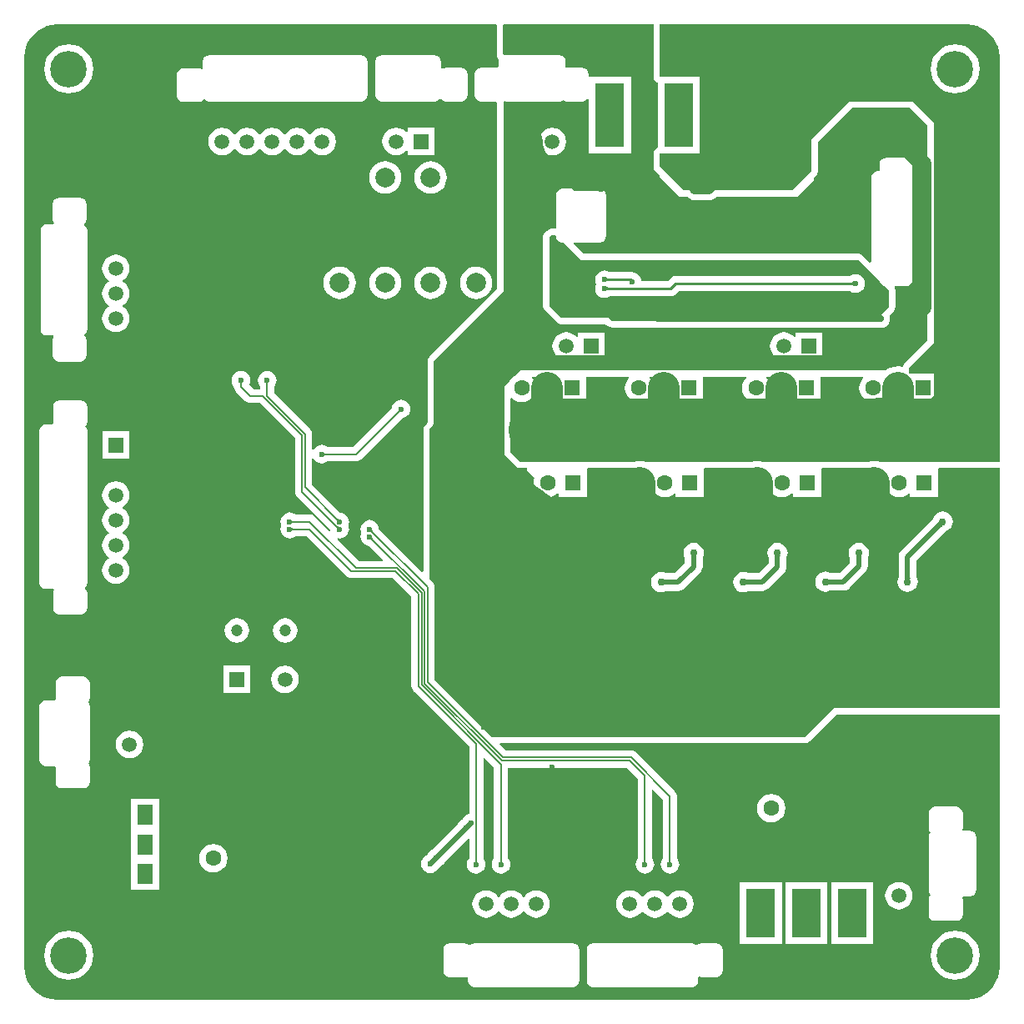
<source format=gbl>
G04*
G04 #@! TF.GenerationSoftware,Altium Limited,Altium Designer,18.1.9 (240)*
G04*
G04 Layer_Physical_Order=2*
G04 Layer_Color=16711680*
%FSLAX25Y25*%
%MOIN*%
G70*
G01*
G75*
%ADD10C,0.01000*%
%ADD17C,0.00600*%
%ADD50C,0.02000*%
%ADD51C,0.04000*%
%ADD52C,0.02500*%
%ADD53C,0.03000*%
%ADD54C,0.12500*%
%ADD55O,0.14567X0.14567*%
%ADD56R,0.11811X0.25591*%
%ADD57C,0.05906*%
%ADD58R,0.05906X0.05906*%
%ADD59R,0.05906X0.05906*%
%ADD60R,0.06299X0.06299*%
%ADD61C,0.06299*%
%ADD62C,0.07874*%
%ADD63C,0.04724*%
%ADD64R,0.05906X0.05906*%
%ADD65C,0.05906*%
%ADD66R,0.06299X0.07874*%
%ADD67R,0.11811X0.19685*%
%ADD68C,0.02362*%
%ADD69C,0.04000*%
%ADD70C,0.02500*%
%ADD71C,0.03000*%
%ADD72C,0.25000*%
%ADD73C,0.06000*%
%ADD74C,0.07000*%
G36*
X15000Y391738D02*
X190415D01*
X190731Y391377D01*
X190763Y379762D01*
X190805Y379555D01*
X190799Y379345D01*
X190902Y379072D01*
X190960Y378787D01*
X191078Y378612D01*
X191153Y378415D01*
X191352Y378203D01*
X191500Y377984D01*
Y374860D01*
X191000Y374449D01*
X190500Y374549D01*
X184500D01*
X183525Y374355D01*
X182698Y373802D01*
X182145Y372975D01*
X181951Y372000D01*
Y363500D01*
X182145Y362525D01*
X182698Y361698D01*
X183525Y361145D01*
X184500Y360951D01*
X190359D01*
X190597Y360814D01*
X190817Y360504D01*
X191026Y286131D01*
X163724Y258828D01*
X163171Y258001D01*
X162977Y257026D01*
Y233167D01*
X162939Y232882D01*
X162894Y232772D01*
X162719Y232545D01*
X162198Y232023D01*
X161645Y231196D01*
X161451Y230221D01*
X161451Y173196D01*
X160989Y173005D01*
X143670Y190324D01*
X143586Y190961D01*
X143215Y191856D01*
X142625Y192625D01*
X141856Y193215D01*
X140961Y193586D01*
X140000Y193713D01*
X139039Y193586D01*
X138144Y193215D01*
X137375Y192625D01*
X136785Y191856D01*
X136414Y190961D01*
X136287Y190000D01*
X136414Y189039D01*
X136637Y188500D01*
X136414Y187961D01*
X136287Y187000D01*
X136414Y186039D01*
X136785Y185144D01*
X137375Y184375D01*
X138144Y183785D01*
X139039Y183414D01*
X139676Y183330D01*
X145220Y177786D01*
X145029Y177324D01*
X135670D01*
X127073Y185921D01*
X127307Y186394D01*
X128000Y186303D01*
X128961Y186429D01*
X129856Y186800D01*
X130625Y187390D01*
X131215Y188159D01*
X131586Y189055D01*
X131713Y190016D01*
X131586Y190977D01*
X131366Y191508D01*
X131586Y192039D01*
X131713Y193000D01*
X131586Y193961D01*
X131215Y194856D01*
X130625Y195625D01*
X129856Y196215D01*
X128961Y196586D01*
X128324Y196670D01*
X117024Y207970D01*
Y218146D01*
X117524Y218245D01*
X117566Y218144D01*
X118156Y217375D01*
X118925Y216785D01*
X119821Y216414D01*
X120782Y216287D01*
X121743Y216414D01*
X122638Y216785D01*
X123148Y217176D01*
X134500D01*
X135231Y217272D01*
X135912Y217554D01*
X136497Y218003D01*
X152824Y234330D01*
X153461Y234414D01*
X154356Y234785D01*
X155125Y235375D01*
X155715Y236144D01*
X156086Y237039D01*
X156213Y238000D01*
X156086Y238961D01*
X155715Y239856D01*
X155125Y240625D01*
X154356Y241215D01*
X153461Y241586D01*
X152500Y241713D01*
X151539Y241586D01*
X150644Y241215D01*
X149875Y240625D01*
X149285Y239856D01*
X148914Y238961D01*
X148830Y238324D01*
X133330Y222824D01*
X123148D01*
X122638Y223215D01*
X121743Y223586D01*
X120782Y223713D01*
X119821Y223586D01*
X118925Y223215D01*
X118156Y222625D01*
X117566Y221856D01*
X117524Y221755D01*
X117024Y221854D01*
Y227997D01*
X116928Y228728D01*
X116646Y229409D01*
X116197Y229994D01*
X101824Y244367D01*
Y247134D01*
X102215Y247644D01*
X102586Y248539D01*
X102713Y249500D01*
X102586Y250461D01*
X102215Y251356D01*
X101625Y252125D01*
X100856Y252715D01*
X99961Y253086D01*
X99000Y253213D01*
X98039Y253086D01*
X97144Y252715D01*
X96375Y252125D01*
X95785Y251356D01*
X95414Y250461D01*
X95287Y249500D01*
X95414Y248539D01*
X95785Y247644D01*
X96176Y247134D01*
Y246021D01*
X93473D01*
X91755Y247739D01*
X92086Y248539D01*
X92213Y249500D01*
X92086Y250461D01*
X91715Y251356D01*
X91125Y252125D01*
X90356Y252715D01*
X89461Y253086D01*
X88500Y253213D01*
X87539Y253086D01*
X86644Y252715D01*
X85875Y252125D01*
X85285Y251356D01*
X84914Y250461D01*
X84787Y249500D01*
X84914Y248539D01*
X85285Y247644D01*
X85676Y247134D01*
Y247000D01*
X85772Y246269D01*
X86054Y245588D01*
X86503Y245003D01*
X90306Y241200D01*
X90891Y240751D01*
X91572Y240469D01*
X92303Y240373D01*
X96133D01*
X110176Y226330D01*
Y205016D01*
X110272Y204285D01*
X110554Y203604D01*
X111003Y203019D01*
X124245Y189777D01*
X124226Y189475D01*
X123714Y189280D01*
X117997Y194997D01*
X117412Y195446D01*
X116731Y195728D01*
X116000Y195824D01*
X110366D01*
X109856Y196215D01*
X108961Y196586D01*
X108000Y196713D01*
X107039Y196586D01*
X106144Y196215D01*
X105375Y195625D01*
X104785Y194856D01*
X104414Y193961D01*
X104287Y193000D01*
X104414Y192039D01*
X104634Y191508D01*
X104414Y190977D01*
X104287Y190016D01*
X104414Y189055D01*
X104785Y188159D01*
X105375Y187390D01*
X106144Y186800D01*
X107039Y186429D01*
X108000Y186303D01*
X108961Y186429D01*
X109856Y186800D01*
X110366Y187192D01*
X114767D01*
X130656Y171303D01*
X131241Y170854D01*
X131922Y170572D01*
X132653Y170476D01*
X149136D01*
X156676Y162936D01*
Y127303D01*
X156772Y126572D01*
X157054Y125891D01*
X157503Y125306D01*
X179757Y103052D01*
Y76115D01*
X179539Y76086D01*
X178644Y75715D01*
X177875Y75125D01*
X177285Y74356D01*
X177228Y74221D01*
X176779Y73772D01*
X176644Y73715D01*
X175875Y73125D01*
X175285Y72356D01*
X175228Y72221D01*
X164779Y61772D01*
X164644Y61715D01*
X163875Y61125D01*
X163285Y60356D01*
X163228Y60221D01*
X162529Y59522D01*
X162394Y59465D01*
X161625Y58875D01*
X161035Y58106D01*
X160664Y57211D01*
X160537Y56250D01*
X160664Y55289D01*
X161035Y54394D01*
X161625Y53625D01*
X162394Y53035D01*
X163289Y52664D01*
X164250Y52537D01*
X165211Y52664D01*
X166106Y53035D01*
X166875Y53625D01*
X167465Y54394D01*
X167522Y54529D01*
X168221Y55228D01*
X168356Y55285D01*
X169125Y55875D01*
X169715Y56644D01*
X169772Y56779D01*
X179295Y66303D01*
X179757Y66111D01*
Y58472D01*
X179285Y57856D01*
X178914Y56961D01*
X178787Y56000D01*
X178914Y55039D01*
X179285Y54144D01*
X179875Y53375D01*
X180644Y52785D01*
X181539Y52414D01*
X182500Y52287D01*
X183461Y52414D01*
X184356Y52785D01*
X185125Y53375D01*
X185715Y54144D01*
X186086Y55039D01*
X186213Y56000D01*
X186086Y56961D01*
X185715Y57856D01*
X185405Y58261D01*
Y98448D01*
X185867Y98639D01*
X189676Y94830D01*
Y58366D01*
X189285Y57856D01*
X188914Y56961D01*
X188787Y56000D01*
X188914Y55039D01*
X189285Y54144D01*
X189875Y53375D01*
X190644Y52785D01*
X191539Y52414D01*
X192500Y52287D01*
X193461Y52414D01*
X194356Y52785D01*
X195125Y53375D01*
X195715Y54144D01*
X196086Y55039D01*
X196213Y56000D01*
X196086Y56961D01*
X195715Y57856D01*
X195324Y58366D01*
Y94676D01*
X242830D01*
X247176Y90330D01*
Y58366D01*
X246785Y57856D01*
X246414Y56961D01*
X246287Y56000D01*
X246414Y55039D01*
X246785Y54144D01*
X247375Y53375D01*
X248144Y52785D01*
X249039Y52414D01*
X250000Y52287D01*
X250961Y52414D01*
X251856Y52785D01*
X252625Y53375D01*
X253215Y54144D01*
X253586Y55039D01*
X253713Y56000D01*
X253586Y56961D01*
X253215Y57856D01*
X252824Y58366D01*
Y85726D01*
X253286Y85917D01*
X257176Y82027D01*
Y58366D01*
X256785Y57856D01*
X256414Y56961D01*
X256287Y56000D01*
X256414Y55039D01*
X256785Y54144D01*
X257375Y53375D01*
X258144Y52785D01*
X259039Y52414D01*
X260000Y52287D01*
X260961Y52414D01*
X261856Y52785D01*
X262625Y53375D01*
X263215Y54144D01*
X263586Y55039D01*
X263713Y56000D01*
X263586Y56961D01*
X263215Y57856D01*
X262824Y58366D01*
Y83197D01*
X262728Y83928D01*
X262563Y84327D01*
X262446Y84609D01*
X261997Y85194D01*
X246494Y100697D01*
X245909Y101146D01*
X245228Y101428D01*
X244497Y101524D01*
X194364D01*
X191899Y103989D01*
X192090Y104451D01*
X314000D01*
X314976Y104645D01*
X315802Y105198D01*
X326556Y115951D01*
X391738D01*
Y15000D01*
X391758Y14899D01*
X391605Y12956D01*
X391127Y10962D01*
X390342Y9068D01*
X389271Y7320D01*
X387940Y5761D01*
X386381Y4430D01*
X384632Y3359D01*
X382738Y2574D01*
X380745Y2095D01*
X378802Y1942D01*
X378701Y1963D01*
X15000D01*
X14899Y1942D01*
X12956Y2095D01*
X10962Y2574D01*
X9068Y3359D01*
X7320Y4430D01*
X5761Y5761D01*
X4430Y7320D01*
X3359Y9068D01*
X2574Y10962D01*
X2095Y12956D01*
X1942Y14899D01*
X1963Y15000D01*
Y378701D01*
X1942Y378802D01*
X2095Y380745D01*
X2574Y382738D01*
X3359Y384632D01*
X4430Y386381D01*
X5761Y387940D01*
X7320Y389271D01*
X9068Y390342D01*
X10962Y391127D01*
X12956Y391605D01*
X14899Y391758D01*
X15000Y391738D01*
D02*
G37*
G36*
X253451Y370795D02*
X253645Y369820D01*
X254198Y368993D01*
X255025Y368440D01*
X255154Y368415D01*
Y342585D01*
X255025Y342560D01*
X254198Y342007D01*
X253645Y341180D01*
X253451Y340205D01*
Y335000D01*
X253645Y334025D01*
X254198Y333198D01*
X256000Y331395D01*
Y330809D01*
X263809Y323000D01*
X265254D01*
X265500Y322951D01*
X266668D01*
X266791Y322791D01*
X267731Y322069D01*
X268825Y321616D01*
X270000Y321461D01*
X275500D01*
X276675Y321616D01*
X277769Y322069D01*
X278709Y322791D01*
X278870Y322951D01*
X309000Y322951D01*
X309246Y323000D01*
X311000D01*
X317500Y329500D01*
Y330395D01*
X318302Y331198D01*
X318855Y332025D01*
X319049Y333000D01*
Y344777D01*
X332722Y358451D01*
X343902D01*
X347809Y358451D01*
X355944D01*
X362951Y351444D01*
X362951Y340041D01*
X362954Y340028D01*
Y275038D01*
X362951Y275025D01*
Y265556D01*
X353720Y256325D01*
X353654Y256226D01*
X353562Y256151D01*
X353380Y255815D01*
X353167Y255498D01*
X353133Y255361D01*
X353088Y255277D01*
X353070Y255108D01*
X353049Y255023D01*
X351333Y255192D01*
X349618Y255023D01*
X347969Y254523D01*
X346449Y253711D01*
X346192Y253500D01*
X343422D01*
X343422Y253500D01*
X343422Y253500D01*
X337216D01*
X337208Y253502D01*
X320150D01*
X320142Y253500D01*
X309641D01*
X309385Y253711D01*
X307865Y254523D01*
X306215Y255023D01*
X304500Y255192D01*
X302785Y255023D01*
X301135Y254523D01*
X299615Y253711D01*
X299361Y253502D01*
X298625D01*
X298618Y253500D01*
X290383D01*
X290375Y253502D01*
X273316D01*
X273309Y253500D01*
X262808D01*
X262551Y253711D01*
X261031Y254523D01*
X259382Y255023D01*
X257667Y255192D01*
X255951Y255023D01*
X254302Y254523D01*
X252782Y253711D01*
X252527Y253502D01*
X251792D01*
X251784Y253500D01*
X243549D01*
X243542Y253502D01*
X226483D01*
X226475Y253500D01*
X215975D01*
X215718Y253711D01*
X214198Y254523D01*
X212549Y255023D01*
X210833Y255192D01*
X209118Y255023D01*
X207469Y254523D01*
X205949Y253711D01*
X205694Y253502D01*
X204959D01*
X204951Y253500D01*
X200229D01*
X198120Y251391D01*
X197984Y251335D01*
X196804Y250429D01*
X195898Y249249D01*
X195842Y249114D01*
X193761Y247032D01*
Y242470D01*
X193749Y242426D01*
X193760Y242343D01*
X193743Y242260D01*
Y234628D01*
X193690Y234499D01*
X193139Y232203D01*
X192954Y229850D01*
X193139Y227496D01*
X193690Y225200D01*
X193743Y225071D01*
Y220909D01*
X193761Y220822D01*
Y220239D01*
X193905Y220095D01*
X193937Y219933D01*
X194490Y219106D01*
X198399Y215198D01*
X199225Y214645D01*
X200201Y214451D01*
X202974D01*
X203000Y214388D01*
Y213449D01*
X205900Y210548D01*
X205662Y209975D01*
X205468Y208500D01*
X205518Y208122D01*
X206821Y206909D01*
X208699Y205407D01*
X210649Y204081D01*
X212576Y202987D01*
X212642Y202996D01*
X214016Y203565D01*
X215017Y204333D01*
X215517Y204103D01*
Y202850D01*
X226816D01*
Y214150D01*
X227191Y214451D01*
X245878D01*
X246245Y214524D01*
X246618Y214561D01*
X246784Y214611D01*
X248000Y214731D01*
X249216Y214611D01*
X249382Y214561D01*
X249755Y214524D01*
X250000Y214475D01*
Y213000D01*
X253065Y211349D01*
X252496Y209975D01*
X252302Y208500D01*
X252496Y207025D01*
X253065Y205651D01*
X253971Y204471D01*
X255151Y203565D01*
X256525Y202996D01*
X258000Y202802D01*
X259475Y202996D01*
X260849Y203565D01*
X261851Y204333D01*
X262351Y204103D01*
Y202850D01*
X273650D01*
Y214150D01*
X274025Y214451D01*
X292711D01*
X293079Y214524D01*
X293451Y214561D01*
X293618Y214611D01*
X294833Y214731D01*
X296049Y214611D01*
X296216Y214561D01*
X296588Y214524D01*
X296833Y214475D01*
Y213802D01*
X299135Y211500D01*
X299420D01*
X299754Y211000D01*
X299329Y209975D01*
X299135Y208500D01*
X299329Y207025D01*
X299899Y205651D01*
X300804Y204471D01*
X301984Y203565D01*
X303359Y202996D01*
X304833Y202802D01*
X306308Y202996D01*
X307683Y203565D01*
X308684Y204333D01*
X309184Y204103D01*
Y202850D01*
X320483D01*
Y214150D01*
X320858Y214451D01*
X339545D01*
X339912Y214524D01*
X340285Y214561D01*
X340451Y214611D01*
X341667Y214731D01*
X342882Y214611D01*
X343049Y214561D01*
X343412Y214525D01*
X343382Y213000D01*
X345382Y211000D01*
X346137D01*
X346415Y210584D01*
X346163Y209975D01*
X345968Y208500D01*
X346163Y207025D01*
X346732Y205651D01*
X347637Y204471D01*
X348817Y203565D01*
X350192Y202996D01*
X351667Y202802D01*
X353142Y202996D01*
X354516Y203565D01*
X355517Y204333D01*
X356017Y204103D01*
Y202850D01*
X367316D01*
Y214150D01*
X367691Y214451D01*
X391738D01*
Y118500D01*
X325500D01*
X314000Y107000D01*
X188888D01*
X165924Y129964D01*
Y166900D01*
X165828Y167631D01*
X165546Y168312D01*
X165097Y168897D01*
X164000Y169994D01*
X164000Y230221D01*
X164640Y230860D01*
X164640Y230860D01*
X165120Y231487D01*
X165423Y232217D01*
X165526Y233000D01*
Y257026D01*
X193578Y285078D01*
X193366Y360696D01*
X193865Y361077D01*
X194500Y360951D01*
X215750D01*
X216725Y361145D01*
X217375Y361579D01*
X218024Y361145D01*
X219000Y360951D01*
X225000D01*
X225975Y361145D01*
X226802Y361698D01*
X227095Y362135D01*
X227594Y361983D01*
Y340205D01*
X244406D01*
Y370795D01*
X228049D01*
X227594Y370795D01*
X227549Y371276D01*
Y372000D01*
X227355Y372975D01*
X226802Y373802D01*
X225975Y374355D01*
X225000Y374549D01*
X219000D01*
X218686Y374486D01*
X218299Y374804D01*
Y377000D01*
X218105Y377976D01*
X217552Y378802D01*
X216725Y379355D01*
X215750Y379549D01*
X194500D01*
X193813Y379412D01*
X193312Y379769D01*
X193280Y391384D01*
X193633Y391738D01*
X253451D01*
Y370795D01*
D02*
G37*
G36*
X99567Y248792D02*
X99511Y248724D01*
X99462Y248654D01*
X99419Y248583D01*
X99383Y248509D01*
X99353Y248433D01*
X99330Y248356D01*
X99313Y248276D01*
X99303Y248195D01*
X99300Y248112D01*
X98700D01*
X98697Y248195D01*
X98687Y248276D01*
X98670Y248356D01*
X98647Y248433D01*
X98618Y248509D01*
X98581Y248583D01*
X98538Y248654D01*
X98489Y248724D01*
X98433Y248792D01*
X98370Y248857D01*
X99630D01*
X99567Y248792D01*
D02*
G37*
G36*
X89067D02*
X89011Y248724D01*
X88962Y248654D01*
X88919Y248583D01*
X88882Y248509D01*
X88853Y248433D01*
X88830Y248356D01*
X88813Y248276D01*
X88803Y248195D01*
X88800Y248112D01*
X88200D01*
X88197Y248195D01*
X88187Y248276D01*
X88170Y248356D01*
X88147Y248433D01*
X88117Y248509D01*
X88081Y248583D01*
X88038Y248654D01*
X87989Y248724D01*
X87933Y248792D01*
X87870Y248857D01*
X89130D01*
X89067Y248792D01*
D02*
G37*
G36*
X380745Y391605D02*
X382738Y391127D01*
X384632Y390342D01*
X386381Y389271D01*
X387940Y387940D01*
X389271Y386381D01*
X390342Y384632D01*
X391127Y382738D01*
X391605Y380745D01*
X391758Y378802D01*
X391738Y378701D01*
Y217000D01*
X343789D01*
X343382Y217123D01*
X341667Y217292D01*
X339951Y217123D01*
X339545Y217000D01*
X296955D01*
X296549Y217123D01*
X294833Y217292D01*
X293118Y217123D01*
X292711Y217000D01*
X250122D01*
X249715Y217123D01*
X248000Y217292D01*
X246285Y217123D01*
X245878Y217000D01*
X200201D01*
X196292Y220909D01*
Y242260D01*
X196766Y242421D01*
X196804Y242371D01*
X197984Y241465D01*
X199358Y240896D01*
X200833Y240702D01*
X202308Y240896D01*
X203683Y241465D01*
X204863Y242371D01*
X205768Y243551D01*
X206338Y244925D01*
X206532Y246400D01*
X206338Y247875D01*
X205768Y249249D01*
X204863Y250429D01*
X204798Y250479D01*
X204959Y250953D01*
X215184D01*
Y240750D01*
X226483D01*
Y250953D01*
X243542D01*
X243702Y250479D01*
X243637Y250429D01*
X242732Y249249D01*
X242162Y247875D01*
X241968Y246400D01*
X242162Y244925D01*
X242732Y243551D01*
X243637Y242371D01*
X244817Y241465D01*
X246192Y240896D01*
X247667Y240702D01*
X249142Y240896D01*
X250516Y241465D01*
X251696Y242371D01*
X252602Y243551D01*
X253171Y244925D01*
X253365Y246400D01*
X253171Y247875D01*
X252602Y249249D01*
X251696Y250429D01*
X251631Y250479D01*
X251792Y250953D01*
X262017D01*
Y240750D01*
X273316D01*
Y250953D01*
X290375D01*
X290535Y250479D01*
X290471Y250429D01*
X289565Y249249D01*
X288996Y247875D01*
X288802Y246400D01*
X288996Y244925D01*
X289565Y243551D01*
X290471Y242371D01*
X291651Y241465D01*
X293025Y240896D01*
X294500Y240702D01*
X295975Y240896D01*
X297349Y241465D01*
X298529Y242371D01*
X299435Y243551D01*
X300004Y244925D01*
X300198Y246400D01*
X300004Y247875D01*
X299435Y249249D01*
X298529Y250429D01*
X298465Y250479D01*
X298625Y250953D01*
X308851D01*
Y240750D01*
X320150D01*
Y250953D01*
X337208D01*
X337369Y250479D01*
X337304Y250429D01*
X336399Y249249D01*
X335829Y247875D01*
X335635Y246400D01*
X335829Y244925D01*
X336399Y243551D01*
X337304Y242371D01*
X338484Y241465D01*
X339859Y240896D01*
X341333Y240702D01*
X342808Y240896D01*
X343109Y241020D01*
X341792Y242337D01*
X342636Y242382D01*
X345274Y242664D01*
X345646Y242740D01*
X346268Y243551D01*
X346838Y244925D01*
X347032Y246400D01*
X346838Y247875D01*
X346268Y249249D01*
X348817Y251798D01*
Y252000D01*
X353000D01*
X353250Y252250D01*
X353750D01*
X355345Y250656D01*
X355684Y250316D01*
X355684D01*
X355684Y250316D01*
Y240750D01*
X366983D01*
Y252050D01*
X356059D01*
X355684Y252050D01*
Y254216D01*
X355522Y254522D01*
X365500Y264500D01*
Y275025D01*
X366013Y275651D01*
X366570Y276693D01*
X366913Y277824D01*
X367029Y279000D01*
Y336067D01*
X367029Y336067D01*
X366913Y337243D01*
X366570Y338374D01*
X366013Y339416D01*
X365500Y340041D01*
X365500Y352500D01*
X357000Y361000D01*
X347809D01*
D01*
X343902Y361000D01*
X331667D01*
X316500Y345833D01*
Y333000D01*
X309000Y325500D01*
X265500Y325500D01*
X256000Y335000D01*
Y340205D01*
X271965D01*
Y370795D01*
X256000D01*
Y391738D01*
X378701D01*
X378802Y391758D01*
X380745Y391605D01*
D02*
G37*
G36*
X127292Y194137D02*
X127356Y194087D01*
X127424Y194042D01*
X127495Y194004D01*
X127570Y193971D01*
X127647Y193945D01*
X127728Y193924D01*
X127813Y193910D01*
X127900Y193902D01*
X127991Y193900D01*
X127100Y193009D01*
X127098Y193100D01*
X127090Y193187D01*
X127076Y193272D01*
X127055Y193352D01*
X127029Y193430D01*
X126996Y193505D01*
X126958Y193576D01*
X126913Y193644D01*
X126863Y193708D01*
X126806Y193770D01*
X127230Y194194D01*
X127292Y194137D01*
D02*
G37*
G36*
X108708Y193567D02*
X108776Y193511D01*
X108846Y193462D01*
X108917Y193419D01*
X108991Y193383D01*
X109066Y193353D01*
X109144Y193330D01*
X109224Y193313D01*
X109305Y193303D01*
X109388Y193300D01*
Y192700D01*
X109305Y192697D01*
X109224Y192687D01*
X109144Y192670D01*
X109066Y192647D01*
X108991Y192617D01*
X108917Y192581D01*
X108846Y192538D01*
X108776Y192489D01*
X108708Y192433D01*
X108643Y192370D01*
Y193630D01*
X108708Y193567D01*
D02*
G37*
G36*
X127292Y191153D02*
X127356Y191102D01*
X127424Y191058D01*
X127495Y191019D01*
X127570Y190987D01*
X127647Y190961D01*
X127728Y190940D01*
X127813Y190926D01*
X127900Y190918D01*
X127991Y190916D01*
X127100Y190025D01*
X127098Y190115D01*
X127090Y190203D01*
X127076Y190287D01*
X127055Y190368D01*
X127029Y190446D01*
X126996Y190520D01*
X126958Y190592D01*
X126913Y190659D01*
X126863Y190724D01*
X126806Y190786D01*
X127230Y191210D01*
X127292Y191153D01*
D02*
G37*
G36*
X108708Y190583D02*
X108776Y190527D01*
X108846Y190477D01*
X108917Y190435D01*
X108991Y190398D01*
X109066Y190369D01*
X109144Y190346D01*
X109224Y190329D01*
X109305Y190319D01*
X109388Y190316D01*
Y189716D01*
X109305Y189712D01*
X109224Y189702D01*
X109144Y189686D01*
X109066Y189663D01*
X108991Y189633D01*
X108917Y189597D01*
X108846Y189554D01*
X108776Y189505D01*
X108708Y189448D01*
X108643Y189386D01*
Y190646D01*
X108708Y190583D01*
D02*
G37*
G36*
X140902Y189900D02*
X140910Y189813D01*
X140925Y189728D01*
X140945Y189647D01*
X140971Y189570D01*
X141004Y189495D01*
X141042Y189424D01*
X141087Y189356D01*
X141137Y189292D01*
X141194Y189230D01*
X140770Y188806D01*
X140708Y188863D01*
X140644Y188913D01*
X140576Y188958D01*
X140505Y188996D01*
X140430Y189029D01*
X140352Y189055D01*
X140271Y189076D01*
X140187Y189090D01*
X140100Y189098D01*
X140009Y189100D01*
X140900Y189991D01*
X140902Y189900D01*
D02*
G37*
G36*
Y186900D02*
X140910Y186813D01*
X140925Y186729D01*
X140945Y186647D01*
X140971Y186570D01*
X141004Y186495D01*
X141042Y186424D01*
X141087Y186356D01*
X141137Y186292D01*
X141194Y186230D01*
X140770Y185806D01*
X140708Y185863D01*
X140644Y185913D01*
X140576Y185958D01*
X140505Y185996D01*
X140430Y186029D01*
X140352Y186055D01*
X140271Y186075D01*
X140187Y186090D01*
X140100Y186098D01*
X140009Y186100D01*
X140900Y186991D01*
X140902Y186900D01*
D02*
G37*
G36*
X260303Y57305D02*
X260313Y57224D01*
X260330Y57144D01*
X260353Y57067D01*
X260383Y56991D01*
X260419Y56917D01*
X260462Y56846D01*
X260511Y56776D01*
X260567Y56708D01*
X260630Y56643D01*
X259370D01*
X259433Y56708D01*
X259489Y56776D01*
X259538Y56846D01*
X259581Y56917D01*
X259617Y56991D01*
X259647Y57067D01*
X259670Y57144D01*
X259687Y57224D01*
X259697Y57305D01*
X259700Y57389D01*
X260300D01*
X260303Y57305D01*
D02*
G37*
G36*
X250303D02*
X250313Y57224D01*
X250330Y57144D01*
X250353Y57067D01*
X250382Y56991D01*
X250419Y56917D01*
X250462Y56846D01*
X250511Y56776D01*
X250567Y56708D01*
X250630Y56643D01*
X249370D01*
X249433Y56708D01*
X249489Y56776D01*
X249538Y56846D01*
X249581Y56917D01*
X249618Y56991D01*
X249647Y57067D01*
X249670Y57144D01*
X249687Y57224D01*
X249697Y57305D01*
X249700Y57389D01*
X250300D01*
X250303Y57305D01*
D02*
G37*
G36*
X192803D02*
X192813Y57224D01*
X192830Y57144D01*
X192853Y57067D01*
X192883Y56991D01*
X192919Y56917D01*
X192962Y56846D01*
X193011Y56776D01*
X193067Y56708D01*
X193130Y56643D01*
X191870D01*
X191933Y56708D01*
X191989Y56776D01*
X192038Y56846D01*
X192081Y56917D01*
X192118Y56991D01*
X192147Y57067D01*
X192170Y57144D01*
X192187Y57224D01*
X192197Y57305D01*
X192200Y57389D01*
X192800D01*
X192803Y57305D01*
D02*
G37*
%LPC*%
G36*
X136500Y379549D02*
X75750D01*
X74774Y379355D01*
X73948Y378802D01*
X73395Y377976D01*
X73201Y377000D01*
Y374150D01*
X72760Y373915D01*
X72475Y374105D01*
X71500Y374299D01*
X65500D01*
X64525Y374105D01*
X63698Y373552D01*
X63145Y372726D01*
X62951Y371750D01*
Y363250D01*
X63145Y362275D01*
X63698Y361448D01*
X64525Y360895D01*
X65500Y360701D01*
X71500D01*
X72475Y360895D01*
X73302Y361448D01*
X73469Y361698D01*
X73948D01*
X74774Y361145D01*
X75750Y360951D01*
X136500D01*
X137476Y361145D01*
X138302Y361698D01*
X138855Y362525D01*
X139049Y363500D01*
Y377000D01*
X138855Y377976D01*
X138302Y378802D01*
X137476Y379355D01*
X136500Y379549D01*
D02*
G37*
G36*
X19685Y383846D02*
X17767Y383658D01*
X15923Y383098D01*
X14223Y382190D01*
X12734Y380967D01*
X11511Y379477D01*
X10603Y377778D01*
X10043Y375934D01*
X9854Y374016D01*
X10043Y372098D01*
X10603Y370254D01*
X11511Y368554D01*
X12734Y367064D01*
X14223Y365842D01*
X15923Y364933D01*
X17767Y364374D01*
X19685Y364185D01*
X21603Y364374D01*
X23447Y364933D01*
X25147Y365842D01*
X26636Y367064D01*
X27859Y368554D01*
X28767Y370254D01*
X29327Y372098D01*
X29516Y374016D01*
X29327Y375934D01*
X28767Y377778D01*
X27859Y379477D01*
X26636Y380967D01*
X25147Y382190D01*
X23447Y383098D01*
X21603Y383658D01*
X19685Y383846D01*
D02*
G37*
G36*
X166000Y379549D02*
X144750D01*
X143774Y379355D01*
X142948Y378802D01*
X142395Y377976D01*
X142201Y377000D01*
Y363500D01*
X142395Y362525D01*
X142948Y361698D01*
X143774Y361145D01*
X144750Y360951D01*
X166000D01*
X166975Y361145D01*
X167802Y361698D01*
X168000Y361993D01*
X168500D01*
X168698Y361698D01*
X169525Y361145D01*
X170500Y360951D01*
X176500D01*
X177476Y361145D01*
X178302Y361698D01*
X178855Y362525D01*
X179049Y363500D01*
Y372000D01*
X178855Y372975D01*
X178302Y373802D01*
X177476Y374355D01*
X176500Y374549D01*
X170500D01*
X169525Y374355D01*
X169049Y374037D01*
X168549Y374304D01*
Y377000D01*
X168355Y377976D01*
X167802Y378802D01*
X166975Y379355D01*
X166000Y379549D01*
D02*
G37*
G36*
X121000Y350500D02*
X119577Y350312D01*
X118250Y349763D01*
X117111Y348889D01*
X116281Y347807D01*
X116000Y347776D01*
X115719Y347807D01*
X114889Y348889D01*
X113750Y349763D01*
X112424Y350312D01*
X111000Y350500D01*
X109576Y350312D01*
X108250Y349763D01*
X107111Y348889D01*
X106281Y347807D01*
X106000Y347776D01*
X105719Y347807D01*
X104889Y348889D01*
X103750Y349763D01*
X102424Y350312D01*
X101000Y350500D01*
X99576Y350312D01*
X98250Y349763D01*
X97111Y348889D01*
X96281Y347807D01*
X96000Y347776D01*
X95719Y347807D01*
X94889Y348889D01*
X93750Y349763D01*
X92423Y350312D01*
X91000Y350500D01*
X89577Y350312D01*
X88250Y349763D01*
X87111Y348889D01*
X86281Y347807D01*
X86000Y347776D01*
X85719Y347807D01*
X84889Y348889D01*
X83750Y349763D01*
X82424Y350312D01*
X81000Y350500D01*
X79576Y350312D01*
X78250Y349763D01*
X77111Y348889D01*
X76237Y347750D01*
X75688Y346424D01*
X75500Y345000D01*
X75688Y343577D01*
X76237Y342250D01*
X77111Y341111D01*
X78250Y340237D01*
X79576Y339688D01*
X81000Y339500D01*
X82424Y339688D01*
X83750Y340237D01*
X84889Y341111D01*
X85719Y342193D01*
X86000Y342224D01*
X86281Y342193D01*
X87111Y341111D01*
X88250Y340237D01*
X89577Y339688D01*
X91000Y339500D01*
X92423Y339688D01*
X93750Y340237D01*
X94889Y341111D01*
X95719Y342193D01*
X96000Y342224D01*
X96281Y342193D01*
X97111Y341111D01*
X98250Y340237D01*
X99576Y339688D01*
X101000Y339500D01*
X102424Y339688D01*
X103750Y340237D01*
X104889Y341111D01*
X105719Y342193D01*
X106000Y342224D01*
X106281Y342193D01*
X107111Y341111D01*
X108250Y340237D01*
X109576Y339688D01*
X111000Y339500D01*
X112424Y339688D01*
X113750Y340237D01*
X114889Y341111D01*
X115719Y342193D01*
X116000Y342224D01*
X116281Y342193D01*
X117111Y341111D01*
X118250Y340237D01*
X119577Y339688D01*
X121000Y339500D01*
X122424Y339688D01*
X123750Y340237D01*
X124889Y341111D01*
X125763Y342250D01*
X126312Y343577D01*
X126500Y345000D01*
X126312Y346424D01*
X125763Y347750D01*
X124889Y348889D01*
X123750Y349763D01*
X122424Y350312D01*
X121000Y350500D01*
D02*
G37*
G36*
X150500D02*
X149076Y350312D01*
X147750Y349763D01*
X146611Y348889D01*
X145737Y347750D01*
X145188Y346424D01*
X145000Y345000D01*
X145188Y343577D01*
X145737Y342250D01*
X146611Y341111D01*
X147750Y340237D01*
X149076Y339688D01*
X150500Y339500D01*
X151924Y339688D01*
X153250Y340237D01*
X154389Y341111D01*
X154574Y341352D01*
X155047Y341191D01*
Y339547D01*
X165953D01*
Y350453D01*
X155047D01*
Y348809D01*
X154574Y348648D01*
X154389Y348889D01*
X153250Y349763D01*
X151924Y350312D01*
X150500Y350500D01*
D02*
G37*
G36*
X164333Y337031D02*
X163072Y336907D01*
X161858Y336538D01*
X160740Y335941D01*
X159760Y335136D01*
X158955Y334156D01*
X158358Y333038D01*
X157990Y331824D01*
X157865Y330563D01*
X157990Y329301D01*
X158358Y328087D01*
X158955Y326969D01*
X159760Y325989D01*
X160740Y325184D01*
X161858Y324587D01*
X163072Y324219D01*
X164333Y324095D01*
X165595Y324219D01*
X166809Y324587D01*
X167927Y325184D01*
X168907Y325989D01*
X169711Y326969D01*
X170309Y328087D01*
X170677Y329301D01*
X170801Y330563D01*
X170677Y331824D01*
X170309Y333038D01*
X169711Y334156D01*
X168907Y335136D01*
X167927Y335941D01*
X166809Y336538D01*
X165595Y336907D01*
X164333Y337031D01*
D02*
G37*
G36*
X146167D02*
X144905Y336907D01*
X143691Y336538D01*
X142573Y335941D01*
X141593Y335136D01*
X140789Y334156D01*
X140191Y333038D01*
X139823Y331824D01*
X139699Y330563D01*
X139823Y329301D01*
X140191Y328087D01*
X140789Y326969D01*
X141593Y325989D01*
X142573Y325184D01*
X143691Y324587D01*
X144905Y324219D01*
X146167Y324095D01*
X147429Y324219D01*
X148642Y324587D01*
X149760Y325184D01*
X150740Y325989D01*
X151545Y326969D01*
X152143Y328087D01*
X152510Y329301D01*
X152635Y330563D01*
X152510Y331824D01*
X152143Y333038D01*
X151545Y334156D01*
X150740Y335136D01*
X149760Y335941D01*
X148642Y336538D01*
X147429Y336907D01*
X146167Y337031D01*
D02*
G37*
G36*
X182500Y294905D02*
X181238Y294781D01*
X180025Y294413D01*
X178907Y293815D01*
X177926Y293011D01*
X177122Y292031D01*
X176524Y290913D01*
X176156Y289699D01*
X176032Y288437D01*
X176156Y287175D01*
X176524Y285962D01*
X177122Y284844D01*
X177926Y283864D01*
X178907Y283059D01*
X180025Y282462D01*
X181238Y282094D01*
X182500Y281969D01*
X183762Y282094D01*
X184975Y282462D01*
X186093Y283059D01*
X187074Y283864D01*
X187878Y284844D01*
X188476Y285962D01*
X188844Y287175D01*
X188968Y288437D01*
X188844Y289699D01*
X188476Y290913D01*
X187878Y292031D01*
X187074Y293011D01*
X186093Y293815D01*
X184975Y294413D01*
X183762Y294781D01*
X182500Y294905D01*
D02*
G37*
G36*
X164333D02*
X163072Y294781D01*
X161858Y294413D01*
X160740Y293815D01*
X159760Y293011D01*
X158955Y292031D01*
X158358Y290913D01*
X157990Y289699D01*
X157865Y288437D01*
X157990Y287175D01*
X158358Y285962D01*
X158955Y284844D01*
X159760Y283864D01*
X160740Y283059D01*
X161858Y282462D01*
X163072Y282094D01*
X164333Y281969D01*
X165595Y282094D01*
X166809Y282462D01*
X167927Y283059D01*
X168907Y283864D01*
X169711Y284844D01*
X170309Y285962D01*
X170677Y287175D01*
X170801Y288437D01*
X170677Y289699D01*
X170309Y290913D01*
X169711Y292031D01*
X168907Y293011D01*
X167927Y293815D01*
X166809Y294413D01*
X165595Y294781D01*
X164333Y294905D01*
D02*
G37*
G36*
X146167D02*
X144905Y294781D01*
X143691Y294413D01*
X142573Y293815D01*
X141593Y293011D01*
X140789Y292031D01*
X140191Y290913D01*
X139823Y289699D01*
X139699Y288437D01*
X139823Y287175D01*
X140191Y285962D01*
X140789Y284844D01*
X141593Y283864D01*
X142573Y283059D01*
X143691Y282462D01*
X144905Y282094D01*
X146167Y281969D01*
X147429Y282094D01*
X148642Y282462D01*
X149760Y283059D01*
X150740Y283864D01*
X151545Y284844D01*
X152143Y285962D01*
X152510Y287175D01*
X152635Y288437D01*
X152510Y289699D01*
X152143Y290913D01*
X151545Y292031D01*
X150740Y293011D01*
X149760Y293815D01*
X148642Y294413D01*
X147429Y294781D01*
X146167Y294905D01*
D02*
G37*
G36*
X128000D02*
X126738Y294781D01*
X125525Y294413D01*
X124407Y293815D01*
X123426Y293011D01*
X122622Y292031D01*
X122024Y290913D01*
X121656Y289699D01*
X121532Y288437D01*
X121656Y287175D01*
X122024Y285962D01*
X122622Y284844D01*
X123426Y283864D01*
X124407Y283059D01*
X125525Y282462D01*
X126738Y282094D01*
X128000Y281969D01*
X129262Y282094D01*
X130475Y282462D01*
X131594Y283059D01*
X132574Y283864D01*
X133378Y284844D01*
X133976Y285962D01*
X134344Y287175D01*
X134468Y288437D01*
X134344Y289699D01*
X133976Y290913D01*
X133378Y292031D01*
X132574Y293011D01*
X131594Y293815D01*
X130475Y294413D01*
X129262Y294781D01*
X128000Y294905D01*
D02*
G37*
G36*
X38500Y299700D02*
X37077Y299512D01*
X35750Y298963D01*
X34611Y298089D01*
X33737Y296950D01*
X33188Y295623D01*
X33000Y294200D01*
X33188Y292776D01*
X33737Y291450D01*
X34611Y290311D01*
X35693Y289481D01*
X35724Y289200D01*
X35693Y288919D01*
X34611Y288089D01*
X33737Y286950D01*
X33188Y285624D01*
X33000Y284200D01*
X33188Y282776D01*
X33737Y281450D01*
X34611Y280311D01*
X35693Y279481D01*
X35724Y279200D01*
X35693Y278919D01*
X34611Y278089D01*
X33737Y276950D01*
X33188Y275623D01*
X33000Y274200D01*
X33188Y272777D01*
X33737Y271450D01*
X34611Y270311D01*
X35750Y269437D01*
X37077Y268888D01*
X38500Y268700D01*
X39924Y268888D01*
X41250Y269437D01*
X42389Y270311D01*
X43263Y271450D01*
X43812Y272777D01*
X44000Y274200D01*
X43812Y275623D01*
X43263Y276950D01*
X42389Y278089D01*
X41307Y278919D01*
X41276Y279200D01*
X41307Y279481D01*
X42389Y280311D01*
X43263Y281450D01*
X43812Y282776D01*
X44000Y284200D01*
X43812Y285624D01*
X43263Y286950D01*
X42389Y288089D01*
X41307Y288919D01*
X41276Y289200D01*
X41307Y289481D01*
X42389Y290311D01*
X43263Y291450D01*
X43812Y292776D01*
X44000Y294200D01*
X43812Y295623D01*
X43263Y296950D01*
X42389Y298089D01*
X41250Y298963D01*
X39924Y299512D01*
X38500Y299700D01*
D02*
G37*
G36*
X24250Y322549D02*
X15750D01*
X14774Y322355D01*
X13948Y321802D01*
X13395Y320975D01*
X13201Y320000D01*
Y314000D01*
X13395Y313024D01*
X13746Y312499D01*
X13479Y311999D01*
X11000D01*
X10025Y311805D01*
X9198Y311252D01*
X8645Y310425D01*
X8451Y309450D01*
Y269950D01*
X8645Y268974D01*
X9198Y268148D01*
X10025Y267595D01*
X11000Y267401D01*
X13412D01*
X13679Y266901D01*
X13395Y266476D01*
X13201Y265500D01*
Y259500D01*
X13395Y258524D01*
X13948Y257698D01*
X14774Y257145D01*
X15750Y256951D01*
X24250D01*
X25225Y257145D01*
X26052Y257698D01*
X26605Y258524D01*
X26799Y259500D01*
Y265500D01*
X26605Y266476D01*
X26052Y267302D01*
X25919Y267391D01*
Y267892D01*
X26302Y268148D01*
X26855Y268974D01*
X27049Y269950D01*
Y309450D01*
X26855Y310425D01*
X26302Y311252D01*
X25920Y311508D01*
Y312109D01*
X26052Y312198D01*
X26605Y313024D01*
X26799Y314000D01*
Y320000D01*
X26605Y320975D01*
X26052Y321802D01*
X25225Y322355D01*
X24250Y322549D01*
D02*
G37*
G36*
X43953Y229053D02*
X33047D01*
Y218147D01*
X43953D01*
Y229053D01*
D02*
G37*
G36*
X38500Y209100D02*
X37077Y208912D01*
X35750Y208363D01*
X34611Y207489D01*
X33737Y206350D01*
X33188Y205024D01*
X33000Y203600D01*
X33188Y202176D01*
X33737Y200850D01*
X34611Y199711D01*
X35693Y198881D01*
X35724Y198600D01*
X35693Y198319D01*
X34611Y197489D01*
X33737Y196350D01*
X33188Y195024D01*
X33000Y193600D01*
X33188Y192176D01*
X33737Y190850D01*
X34611Y189711D01*
X35693Y188881D01*
X35724Y188600D01*
X35693Y188319D01*
X34611Y187489D01*
X33737Y186350D01*
X33188Y185023D01*
X33000Y183600D01*
X33188Y182176D01*
X33737Y180850D01*
X34611Y179711D01*
X35693Y178881D01*
X35724Y178600D01*
X35693Y178319D01*
X34611Y177489D01*
X33737Y176350D01*
X33188Y175023D01*
X33000Y173600D01*
X33188Y172177D01*
X33737Y170850D01*
X34611Y169711D01*
X35750Y168837D01*
X37077Y168288D01*
X38500Y168100D01*
X39924Y168288D01*
X41250Y168837D01*
X42389Y169711D01*
X43263Y170850D01*
X43812Y172177D01*
X44000Y173600D01*
X43812Y175023D01*
X43263Y176350D01*
X42389Y177489D01*
X41307Y178319D01*
X41276Y178600D01*
X41307Y178881D01*
X42389Y179711D01*
X43263Y180850D01*
X43812Y182176D01*
X44000Y183600D01*
X43812Y185023D01*
X43263Y186350D01*
X42389Y187489D01*
X41307Y188319D01*
X41276Y188600D01*
X41307Y188881D01*
X42389Y189711D01*
X43263Y190850D01*
X43812Y192176D01*
X44000Y193600D01*
X43812Y195024D01*
X43263Y196350D01*
X42389Y197489D01*
X41307Y198319D01*
X41276Y198600D01*
X41307Y198881D01*
X42389Y199711D01*
X43263Y200850D01*
X43812Y202176D01*
X44000Y203600D01*
X43812Y205024D01*
X43263Y206350D01*
X42389Y207489D01*
X41250Y208363D01*
X39924Y208912D01*
X38500Y209100D01*
D02*
G37*
G36*
X24500Y241549D02*
X16000D01*
X15024Y241355D01*
X14198Y240802D01*
X13645Y239976D01*
X13451Y239000D01*
Y233000D01*
X13566Y232424D01*
X13157Y231924D01*
X10500D01*
X9525Y231730D01*
X8698Y231177D01*
X8145Y230350D01*
X7951Y229375D01*
Y168625D01*
X8145Y167649D01*
X8698Y166823D01*
X9525Y166270D01*
X10500Y166076D01*
X13516D01*
X13752Y165635D01*
X13645Y165475D01*
X13451Y164500D01*
Y158500D01*
X13645Y157525D01*
X14198Y156698D01*
X15024Y156145D01*
X16000Y155951D01*
X24500D01*
X25475Y156145D01*
X26302Y156698D01*
X26855Y157525D01*
X27049Y158500D01*
Y164500D01*
X26855Y165475D01*
X26302Y166302D01*
X26287Y166313D01*
Y166813D01*
X26302Y166823D01*
X26855Y167649D01*
X27049Y168625D01*
Y229375D01*
X26855Y230350D01*
X26571Y230776D01*
X26309Y231188D01*
X26571Y231599D01*
X26855Y232025D01*
X27049Y233000D01*
Y239000D01*
X26855Y239976D01*
X26302Y240802D01*
X25475Y241355D01*
X24500Y241549D01*
D02*
G37*
G36*
X106193Y154404D02*
X104924Y154237D01*
X103741Y153747D01*
X102725Y152968D01*
X101946Y151952D01*
X101456Y150769D01*
X101289Y149500D01*
X101456Y148231D01*
X101946Y147048D01*
X102725Y146032D01*
X103741Y145253D01*
X104924Y144763D01*
X106193Y144596D01*
X107462Y144763D01*
X108645Y145253D01*
X109661Y146032D01*
X110440Y147048D01*
X110930Y148231D01*
X111097Y149500D01*
X110930Y150769D01*
X110440Y151952D01*
X109661Y152968D01*
X108645Y153747D01*
X107462Y154237D01*
X106193Y154404D01*
D02*
G37*
G36*
X86900D02*
X85631Y154237D01*
X84448Y153747D01*
X83432Y152968D01*
X82653Y151952D01*
X82163Y150769D01*
X81996Y149500D01*
X82163Y148231D01*
X82653Y147048D01*
X83432Y146032D01*
X84448Y145253D01*
X85631Y144763D01*
X86900Y144596D01*
X88169Y144763D01*
X89352Y145253D01*
X90368Y146032D01*
X91147Y147048D01*
X91637Y148231D01*
X91804Y149500D01*
X91637Y150769D01*
X91147Y151952D01*
X90368Y152968D01*
X89352Y153747D01*
X88169Y154237D01*
X86900Y154404D01*
D02*
G37*
G36*
X92353Y135453D02*
X81447D01*
Y124547D01*
X92353D01*
Y135453D01*
D02*
G37*
G36*
X106100Y135500D02*
X104676Y135312D01*
X103350Y134763D01*
X102211Y133889D01*
X101337Y132750D01*
X100788Y131423D01*
X100600Y130000D01*
X100788Y128577D01*
X101337Y127250D01*
X102211Y126111D01*
X103350Y125237D01*
X104676Y124688D01*
X106100Y124500D01*
X107524Y124688D01*
X108850Y125237D01*
X109989Y126111D01*
X110863Y127250D01*
X111412Y128577D01*
X111600Y130000D01*
X111412Y131423D01*
X110863Y132750D01*
X109989Y133889D01*
X108850Y134763D01*
X107524Y135312D01*
X106100Y135500D01*
D02*
G37*
G36*
X44000Y109500D02*
X42577Y109312D01*
X41250Y108763D01*
X40111Y107889D01*
X39237Y106750D01*
X38688Y105423D01*
X38500Y104000D01*
X38688Y102576D01*
X39237Y101250D01*
X40111Y100111D01*
X41250Y99237D01*
X42577Y98688D01*
X44000Y98500D01*
X45423Y98688D01*
X46750Y99237D01*
X47889Y100111D01*
X48763Y101250D01*
X49312Y102576D01*
X49500Y104000D01*
X49312Y105423D01*
X48763Y106750D01*
X47889Y107889D01*
X46750Y108763D01*
X45423Y109312D01*
X44000Y109500D01*
D02*
G37*
G36*
X25500Y131049D02*
X17000D01*
X16025Y130855D01*
X15198Y130302D01*
X14645Y129475D01*
X14451Y128500D01*
Y122500D01*
X14538Y122061D01*
X14221Y121674D01*
X10500D01*
X9525Y121480D01*
X8698Y120927D01*
X8145Y120100D01*
X7951Y119125D01*
Y97875D01*
X8145Y96899D01*
X8698Y96073D01*
X9525Y95520D01*
X10500Y95326D01*
X14184D01*
X14451Y95000D01*
Y89000D01*
X14645Y88024D01*
X15198Y87198D01*
X16025Y86645D01*
X17000Y86451D01*
X25500D01*
X26476Y86645D01*
X27302Y87198D01*
X27855Y88024D01*
X28049Y89000D01*
Y95000D01*
X27855Y95976D01*
X27546Y96438D01*
X27855Y96899D01*
X28049Y97875D01*
Y112451D01*
Y119125D01*
X27855Y120100D01*
X27379Y120812D01*
X27855Y121525D01*
X28049Y122500D01*
Y128500D01*
X27855Y129475D01*
X27302Y130302D01*
X26476Y130855D01*
X25500Y131049D01*
D02*
G37*
G36*
X300500Y84198D02*
X299025Y84004D01*
X297651Y83435D01*
X296471Y82529D01*
X295565Y81349D01*
X294996Y79975D01*
X294802Y78500D01*
X294996Y77025D01*
X295565Y75651D01*
X296471Y74471D01*
X297651Y73565D01*
X299025Y72996D01*
X300500Y72802D01*
X301975Y72996D01*
X303349Y73565D01*
X304529Y74471D01*
X305435Y75651D01*
X306004Y77025D01*
X306198Y78500D01*
X306004Y79975D01*
X305435Y81349D01*
X304529Y82529D01*
X303349Y83435D01*
X301975Y84004D01*
X300500Y84198D01*
D02*
G37*
G36*
X77500Y64198D02*
X76025Y64004D01*
X74651Y63435D01*
X73471Y62529D01*
X72565Y61349D01*
X71996Y59975D01*
X71802Y58500D01*
X71996Y57025D01*
X72565Y55651D01*
X73471Y54471D01*
X74651Y53565D01*
X76025Y52996D01*
X77500Y52802D01*
X78975Y52996D01*
X78985Y53000D01*
X80349Y53565D01*
X81529Y54471D01*
X82435Y55651D01*
X83004Y57025D01*
X83198Y58500D01*
X83004Y59975D01*
X82435Y61349D01*
X81529Y62529D01*
X80349Y63435D01*
X78975Y64004D01*
X77500Y64198D01*
D02*
G37*
G36*
X55850Y82248D02*
X44550D01*
Y69374D01*
Y57563D01*
Y45752D01*
X55850D01*
Y57563D01*
Y69374D01*
Y82248D01*
D02*
G37*
G36*
X206500Y45650D02*
X205077Y45463D01*
X203750Y44914D01*
X202611Y44040D01*
X201781Y42957D01*
X201500Y42927D01*
X201219Y42957D01*
X200389Y44040D01*
X199250Y44914D01*
X197924Y45463D01*
X196500Y45650D01*
X195077Y45463D01*
X193750Y44914D01*
X192611Y44040D01*
X191781Y42957D01*
X191500Y42927D01*
X191219Y42957D01*
X190389Y44040D01*
X189250Y44914D01*
X187924Y45463D01*
X186500Y45650D01*
X185076Y45463D01*
X183750Y44914D01*
X182611Y44040D01*
X181737Y42900D01*
X181188Y41574D01*
X181000Y40151D01*
X181188Y38727D01*
X181737Y37401D01*
X182611Y36262D01*
X183750Y35388D01*
X185076Y34838D01*
X186500Y34651D01*
X187924Y34838D01*
X189250Y35388D01*
X190389Y36262D01*
X191219Y37344D01*
X191500Y37375D01*
X191781Y37344D01*
X192611Y36262D01*
X193750Y35388D01*
X195077Y34838D01*
X196500Y34651D01*
X197924Y34838D01*
X199250Y35388D01*
X200389Y36262D01*
X201219Y37344D01*
X201500Y37375D01*
X201781Y37344D01*
X202611Y36262D01*
X203750Y35388D01*
X205077Y34838D01*
X206500Y34651D01*
X207924Y34838D01*
X209250Y35388D01*
X210389Y36262D01*
X211263Y37401D01*
X211812Y38727D01*
X212000Y40151D01*
X211812Y41574D01*
X211263Y42900D01*
X210389Y44040D01*
X209250Y44914D01*
X207924Y45463D01*
X206500Y45650D01*
D02*
G37*
G36*
X264000D02*
X262577Y45463D01*
X261250Y44914D01*
X260111Y44040D01*
X259281Y42957D01*
X259000Y42927D01*
X258719Y42957D01*
X257889Y44040D01*
X256750Y44914D01*
X255423Y45463D01*
X254000Y45650D01*
X252576Y45463D01*
X251250Y44914D01*
X250111Y44040D01*
X249281Y42957D01*
X249000Y42927D01*
X248719Y42957D01*
X247889Y44040D01*
X246750Y44914D01*
X245424Y45463D01*
X244000Y45650D01*
X242577Y45463D01*
X241250Y44914D01*
X240111Y44040D01*
X239237Y42900D01*
X238688Y41574D01*
X238500Y40151D01*
X238688Y38727D01*
X239237Y37401D01*
X240111Y36262D01*
X241250Y35388D01*
X242577Y34838D01*
X244000Y34651D01*
X245424Y34838D01*
X246750Y35388D01*
X247889Y36262D01*
X248719Y37344D01*
X249000Y37375D01*
X249281Y37344D01*
X250111Y36262D01*
X251250Y35388D01*
X252576Y34838D01*
X254000Y34651D01*
X255423Y34838D01*
X256750Y35388D01*
X257889Y36262D01*
X258719Y37344D01*
X259000Y37375D01*
X259281Y37344D01*
X260111Y36262D01*
X261250Y35388D01*
X262577Y34838D01*
X264000Y34651D01*
X265423Y34838D01*
X266750Y35388D01*
X267889Y36262D01*
X268763Y37401D01*
X269312Y38727D01*
X269500Y40151D01*
X269312Y41574D01*
X268763Y42900D01*
X267889Y44040D01*
X266750Y44914D01*
X265423Y45463D01*
X264000Y45650D01*
D02*
G37*
G36*
X351500Y49000D02*
X350077Y48812D01*
X348750Y48263D01*
X347611Y47389D01*
X346737Y46250D01*
X346188Y44923D01*
X346000Y43500D01*
X346188Y42077D01*
X346737Y40750D01*
X347611Y39611D01*
X348750Y38737D01*
X350077Y38188D01*
X351500Y38000D01*
X352923Y38188D01*
X354250Y38737D01*
X355389Y39611D01*
X356263Y40750D01*
X356812Y42077D01*
X357000Y43500D01*
X356812Y44923D01*
X356263Y46250D01*
X355389Y47389D01*
X354250Y48263D01*
X352923Y48812D01*
X351500Y49000D01*
D02*
G37*
G36*
X374500Y79049D02*
X366000D01*
X365024Y78855D01*
X364198Y78302D01*
X363645Y77476D01*
X363451Y76500D01*
Y70500D01*
X363645Y69525D01*
X364163Y68750D01*
X363645Y67975D01*
X363451Y67000D01*
Y45750D01*
X363645Y44774D01*
X363987Y44263D01*
X364164Y43875D01*
X363987Y43487D01*
X363645Y42976D01*
X363451Y42000D01*
Y36000D01*
X363645Y35024D01*
X364198Y34198D01*
X365024Y33645D01*
X366000Y33451D01*
X374500D01*
X375476Y33645D01*
X376302Y34198D01*
X376855Y35024D01*
X377049Y36000D01*
Y42000D01*
X376909Y42701D01*
X377260Y43201D01*
X380000D01*
X380976Y43395D01*
X381802Y43948D01*
X382355Y44774D01*
X382549Y45750D01*
Y67000D01*
X382355Y67975D01*
X381802Y68802D01*
X380976Y69355D01*
X380000Y69549D01*
X377254D01*
X376937Y69936D01*
X377049Y70500D01*
Y76500D01*
X376855Y77476D01*
X376302Y78302D01*
X375476Y78855D01*
X374500Y79049D01*
D02*
G37*
G36*
X341206Y48842D02*
X324394D01*
Y24158D01*
X341206D01*
Y48842D01*
D02*
G37*
G36*
X322905D02*
X306095D01*
Y24158D01*
X322905D01*
Y48842D01*
D02*
G37*
G36*
X304706D02*
X287895D01*
Y24158D01*
X304706D01*
Y48842D01*
D02*
G37*
G36*
X278500Y24549D02*
X272500D01*
X271525Y24355D01*
X271013Y24013D01*
X270625Y23836D01*
X270237Y24013D01*
X269725Y24355D01*
X268750Y24549D01*
X229250D01*
X228274Y24355D01*
X227448Y23802D01*
X226895Y22975D01*
X226701Y22000D01*
Y9500D01*
X226895Y8525D01*
X227448Y7698D01*
X228274Y7145D01*
X229250Y6951D01*
X268750D01*
X269725Y7145D01*
X270552Y7698D01*
X271105Y8525D01*
X271299Y9500D01*
Y10740D01*
X271799Y11090D01*
X272500Y10951D01*
X278500D01*
X279475Y11145D01*
X280302Y11698D01*
X280855Y12525D01*
X281049Y13500D01*
Y22000D01*
X280855Y22975D01*
X280302Y23802D01*
X279475Y24355D01*
X278500Y24549D01*
D02*
G37*
G36*
X221250D02*
X181750D01*
X180774Y24355D01*
X179948Y23802D01*
X179802D01*
X178975Y24355D01*
X178000Y24549D01*
X172000D01*
X171025Y24355D01*
X170198Y23802D01*
X169645Y22975D01*
X169451Y22000D01*
Y13500D01*
X169645Y12525D01*
X170198Y11698D01*
X171025Y11145D01*
X172000Y10951D01*
X178000D01*
X178701Y11090D01*
X179201Y10740D01*
Y9500D01*
X179395Y8525D01*
X179948Y7698D01*
X180774Y7145D01*
X181750Y6951D01*
X221250D01*
X222225Y7145D01*
X223052Y7698D01*
X223605Y8525D01*
X223799Y9500D01*
Y22000D01*
X223605Y22975D01*
X223052Y23802D01*
X222225Y24355D01*
X221250Y24549D01*
D02*
G37*
G36*
X374016Y29516D02*
X372098Y29327D01*
X370254Y28767D01*
X368554Y27859D01*
X367064Y26636D01*
X365842Y25147D01*
X364933Y23447D01*
X364374Y21603D01*
X364185Y19685D01*
X364374Y17767D01*
X364933Y15923D01*
X365842Y14223D01*
X367064Y12734D01*
X368554Y11511D01*
X370254Y10603D01*
X372098Y10043D01*
X374016Y9854D01*
X375934Y10043D01*
X377778Y10603D01*
X379478Y11511D01*
X380967Y12734D01*
X382190Y14223D01*
X383098Y15923D01*
X383658Y17767D01*
X383847Y19685D01*
X383658Y21603D01*
X383098Y23447D01*
X382190Y25147D01*
X380967Y26636D01*
X379478Y27859D01*
X377778Y28767D01*
X375934Y29327D01*
X374016Y29516D01*
D02*
G37*
G36*
X19685D02*
X17767Y29327D01*
X15923Y28767D01*
X14223Y27859D01*
X12734Y26636D01*
X11511Y25147D01*
X10603Y23447D01*
X10043Y21603D01*
X9854Y19685D01*
X10043Y17767D01*
X10603Y15923D01*
X11511Y14223D01*
X12734Y12734D01*
X14223Y11511D01*
X15923Y10603D01*
X17767Y10043D01*
X19685Y9854D01*
X21603Y10043D01*
X23447Y10603D01*
X25147Y11511D01*
X26636Y12734D01*
X27859Y14223D01*
X28767Y15923D01*
X29327Y17767D01*
X29516Y19685D01*
X29327Y21603D01*
X28767Y23447D01*
X27859Y25147D01*
X26636Y26636D01*
X25147Y27859D01*
X23447Y28767D01*
X21603Y29327D01*
X19685Y29516D01*
D02*
G37*
G36*
X213000Y350500D02*
X211577Y350312D01*
X210250Y349763D01*
X209111Y348889D01*
X208237Y347750D01*
X207688Y346424D01*
X207500Y345000D01*
X207688Y343577D01*
X207727Y343481D01*
X209250Y345004D01*
X209324Y343876D01*
X209545Y342712D01*
X209913Y341512D01*
X210427Y340277D01*
X210502Y340133D01*
X211577Y339688D01*
X213000Y339500D01*
X214423Y339688D01*
X215750Y340237D01*
X216889Y341111D01*
X217763Y342250D01*
X218312Y343577D01*
X218500Y345000D01*
X218312Y346424D01*
X217763Y347750D01*
X216889Y348889D01*
X215750Y349763D01*
X214423Y350312D01*
X213000Y350500D01*
D02*
G37*
G36*
X354375Y338549D02*
X346375D01*
X345399Y338355D01*
X344573Y337802D01*
X344020Y336976D01*
X343826Y336000D01*
Y333049D01*
X343000D01*
X342024Y332855D01*
X341198Y332302D01*
X340645Y331475D01*
X340451Y330500D01*
X340451Y313750D01*
X340645Y312774D01*
X340661Y312750D01*
X340645Y312725D01*
X340451Y311750D01*
X340451Y296807D01*
X339989Y296616D01*
X337302Y299302D01*
X336475Y299855D01*
X335500Y300049D01*
X225556D01*
X221491Y304114D01*
X221682Y304576D01*
X232000Y304576D01*
X232975Y304770D01*
X233802Y305323D01*
X234355Y306150D01*
X234549Y307125D01*
X234549Y323500D01*
X234355Y324476D01*
X233802Y325302D01*
X232976Y325855D01*
X232000Y326049D01*
X231857D01*
Y325370D01*
X231828Y325395D01*
X231791Y325417D01*
X231746Y325436D01*
X231693Y325453D01*
X231632Y325467D01*
X231564Y325479D01*
X231403Y325495D01*
X231311Y325499D01*
X231212Y325500D01*
Y326049D01*
X217000Y326049D01*
X216025Y325855D01*
X215198Y325302D01*
X214645Y324475D01*
X214451Y323500D01*
X214451Y310462D01*
X214146Y310049D01*
X212500D01*
X211525Y309855D01*
X210698Y309302D01*
X209990Y308595D01*
X209437Y307768D01*
X209243Y306792D01*
Y279208D01*
X209437Y278232D01*
X209990Y277405D01*
X214698Y272698D01*
X215525Y272145D01*
X216500Y271951D01*
X234200D01*
X234459Y271692D01*
X235242Y271091D01*
X236154Y270713D01*
X237133Y270584D01*
X254097D01*
X254188Y270547D01*
X255167Y270418D01*
X344167D01*
X345146Y270547D01*
X346058Y270924D01*
X346841Y271526D01*
X347442Y272309D01*
X347820Y273221D01*
X347949Y274200D01*
X347820Y275179D01*
X347708Y275451D01*
X349380Y277279D01*
X349609Y277657D01*
X349855Y278025D01*
X349866Y278081D01*
X349896Y278130D01*
X349963Y278567D01*
X350049Y279000D01*
Y285500D01*
X349855Y286475D01*
X349698Y286710D01*
X349934Y287151D01*
X354375D01*
X355350Y287345D01*
X356177Y287898D01*
X356730Y288724D01*
X356924Y289700D01*
Y293700D01*
X356745Y294600D01*
X356924Y295500D01*
X356924Y311750D01*
X356730Y312725D01*
X356714Y312750D01*
X356730Y312774D01*
X356924Y313750D01*
X356924Y330500D01*
X356775Y331250D01*
X356924Y332000D01*
Y336000D01*
X356730Y336976D01*
X356177Y337802D01*
X355350Y338355D01*
X354375Y338549D01*
D02*
G37*
G36*
X305500Y268700D02*
X304077Y268512D01*
X302750Y267963D01*
X301611Y267089D01*
X300737Y265950D01*
X300188Y264623D01*
X300000Y263200D01*
X300188Y261776D01*
X300737Y260450D01*
X301611Y259311D01*
X302750Y258437D01*
X304077Y257888D01*
X305500Y257700D01*
X306924Y257888D01*
X308250Y258437D01*
X309389Y259311D01*
X309574Y259552D01*
X310047Y259391D01*
Y257747D01*
X320953D01*
Y268653D01*
X310047D01*
Y267009D01*
X309574Y266848D01*
X309389Y267089D01*
X308250Y267963D01*
X306924Y268512D01*
X305500Y268700D01*
D02*
G37*
G36*
X218500D02*
X217077Y268512D01*
X215750Y267963D01*
X214611Y267089D01*
X213737Y265950D01*
X213188Y264623D01*
X213000Y263200D01*
X213188Y261776D01*
X213737Y260450D01*
X214611Y259311D01*
X215750Y258437D01*
X217077Y257888D01*
X218500Y257700D01*
X219923Y257888D01*
X221250Y258437D01*
X222389Y259311D01*
X222574Y259552D01*
X223047Y259391D01*
Y257747D01*
X233953D01*
Y268653D01*
X223047D01*
Y267009D01*
X222574Y266848D01*
X222389Y267089D01*
X221250Y267963D01*
X219923Y268512D01*
X218500Y268700D01*
D02*
G37*
G36*
X205662Y207032D02*
X205662Y207025D01*
X206232Y205651D01*
X206236Y205645D01*
X205662Y207032D01*
D02*
G37*
G36*
X335500Y184535D02*
X334456Y184397D01*
X333483Y183994D01*
X332647Y183353D01*
X332006Y182517D01*
X331603Y181544D01*
X331466Y180500D01*
X331603Y179456D01*
X331939Y178645D01*
X331955Y178348D01*
X331970Y178288D01*
Y176662D01*
X327838Y172530D01*
X324285D01*
X324192Y172549D01*
X324050Y172549D01*
X323211Y172897D01*
X322167Y173035D01*
X321122Y172897D01*
X320149Y172494D01*
X319314Y171853D01*
X318673Y171017D01*
X318270Y170044D01*
X318132Y169000D01*
X318270Y167956D01*
X318673Y166983D01*
X319314Y166147D01*
X320149Y165506D01*
X321122Y165103D01*
X322167Y164965D01*
X323211Y165103D01*
X324022Y165439D01*
X324319Y165455D01*
X324379Y165470D01*
X329300D01*
X330214Y165590D01*
X331065Y165943D01*
X331796Y166504D01*
X337996Y172704D01*
X338557Y173435D01*
X338910Y174286D01*
X339030Y175200D01*
Y178382D01*
X339049Y178474D01*
X339049Y178616D01*
X339397Y179456D01*
X339534Y180500D01*
X339397Y181544D01*
X338994Y182517D01*
X338353Y183353D01*
X337517Y183994D01*
X336544Y184397D01*
X335500Y184535D01*
D02*
G37*
G36*
X303000D02*
X301956Y184397D01*
X300983Y183994D01*
X300147Y183353D01*
X299506Y182517D01*
X299103Y181544D01*
X298966Y180500D01*
X299103Y179456D01*
X299439Y178645D01*
X299455Y178348D01*
X299470Y178288D01*
Y176462D01*
X295371Y172363D01*
X291452D01*
X291359Y172382D01*
X291217Y172383D01*
X290377Y172730D01*
X289333Y172868D01*
X288289Y172730D01*
X287316Y172327D01*
X286480Y171686D01*
X285839Y170851D01*
X285436Y169878D01*
X285299Y168833D01*
X285436Y167789D01*
X285839Y166816D01*
X286480Y165981D01*
X287316Y165339D01*
X288289Y164936D01*
X289333Y164799D01*
X290377Y164936D01*
X291189Y165272D01*
X291486Y165288D01*
X291546Y165303D01*
X296833D01*
X297747Y165423D01*
X298598Y165776D01*
X299330Y166337D01*
X305496Y172504D01*
X306057Y173235D01*
X306410Y174086D01*
X306530Y175000D01*
Y178382D01*
X306549Y178474D01*
X306549Y178616D01*
X306897Y179456D01*
X307034Y180500D01*
X306897Y181544D01*
X306494Y182517D01*
X305853Y183353D01*
X305017Y183994D01*
X304044Y184397D01*
X303000Y184535D01*
D02*
G37*
G36*
X269500D02*
X268456Y184397D01*
X267483Y183994D01*
X266647Y183353D01*
X266006Y182517D01*
X265603Y181544D01*
X265465Y180500D01*
X265603Y179456D01*
X265939Y178645D01*
X265955Y178348D01*
X265970Y178288D01*
Y176462D01*
X261871Y172363D01*
X258618D01*
X258525Y172382D01*
X258384Y172383D01*
X257544Y172730D01*
X256500Y172868D01*
X255456Y172730D01*
X254483Y172327D01*
X253647Y171686D01*
X253006Y170851D01*
X252603Y169878D01*
X252466Y168833D01*
X252603Y167789D01*
X253006Y166816D01*
X253647Y165981D01*
X254483Y165339D01*
X255456Y164936D01*
X256500Y164799D01*
X257544Y164936D01*
X258355Y165272D01*
X258652Y165288D01*
X258712Y165303D01*
X263333D01*
X264247Y165423D01*
X265098Y165776D01*
X265830Y166337D01*
X271996Y172504D01*
X272557Y173235D01*
X272910Y174086D01*
X273030Y175000D01*
Y178382D01*
X273049Y178474D01*
X273049Y178616D01*
X273397Y179456D01*
X273534Y180500D01*
X273397Y181544D01*
X272994Y182517D01*
X272353Y183353D01*
X271517Y183994D01*
X270544Y184397D01*
X269500Y184535D01*
D02*
G37*
G36*
X369000Y197035D02*
X367956Y196897D01*
X366983Y196494D01*
X366147Y195853D01*
X365506Y195017D01*
X365170Y194206D01*
X364971Y193985D01*
X364939Y193932D01*
X352504Y181496D01*
X351943Y180765D01*
X351590Y179914D01*
X351470Y179000D01*
Y171118D01*
X351451Y171026D01*
X351451Y170884D01*
X351103Y170044D01*
X350965Y169000D01*
X351103Y167956D01*
X351506Y166983D01*
X352147Y166147D01*
X352983Y165506D01*
X353956Y165103D01*
X355000Y164965D01*
X356044Y165103D01*
X357017Y165506D01*
X357853Y166147D01*
X358494Y166983D01*
X358897Y167956D01*
X359034Y169000D01*
X358897Y170044D01*
X358561Y170855D01*
X358545Y171152D01*
X358530Y171212D01*
Y177538D01*
X369998Y189006D01*
X370077Y189058D01*
X370178Y189158D01*
X371017Y189506D01*
X371853Y190147D01*
X372494Y190983D01*
X372897Y191956D01*
X373035Y193000D01*
X372897Y194044D01*
X372494Y195017D01*
X371853Y195853D01*
X371017Y196494D01*
X370044Y196897D01*
X369000Y197035D01*
D02*
G37*
%LPD*%
G36*
X214451Y307125D02*
X214645Y306150D01*
X215198Y305323D01*
X216024Y304770D01*
X217000Y304576D01*
X217424D01*
X224500Y297500D01*
X335500D01*
X340500Y292500D01*
X343957Y289043D01*
X344020Y288724D01*
X344573Y287898D01*
X345399Y287345D01*
X345718Y287282D01*
X347500Y285500D01*
Y279000D01*
X343382Y274500D01*
X216500D01*
X211792Y279208D01*
Y306792D01*
X212500Y307500D01*
X214146D01*
X214451Y307125D01*
D02*
G37*
%LPC*%
G36*
X233833Y293413D02*
X232872Y293286D01*
X231977Y292915D01*
X231208Y292325D01*
X230618Y291556D01*
X230247Y290661D01*
X230120Y289700D01*
X230247Y288739D01*
X230574Y287950D01*
X230247Y287161D01*
X230120Y286200D01*
X230247Y285239D01*
X230618Y284344D01*
X231208Y283575D01*
X231977Y282985D01*
X232872Y282614D01*
X233833Y282487D01*
X234794Y282614D01*
X235690Y282985D01*
X235937Y283174D01*
X260333D01*
X261117Y283277D01*
X261846Y283579D01*
X262473Y284060D01*
X263587Y285174D01*
X332063D01*
X332310Y284985D01*
X333206Y284614D01*
X334167Y284487D01*
X335128Y284614D01*
X336023Y284985D01*
X336792Y285575D01*
X337382Y286344D01*
X337753Y287239D01*
X337880Y288200D01*
X337753Y289161D01*
X337382Y290056D01*
X336792Y290825D01*
X336023Y291415D01*
X335128Y291786D01*
X334167Y291913D01*
X333206Y291786D01*
X332310Y291415D01*
X332063Y291226D01*
X262333D01*
X262333Y291226D01*
X261550Y291123D01*
X260820Y290821D01*
X260194Y290340D01*
X259080Y289226D01*
X248683D01*
X248586Y289961D01*
X248215Y290856D01*
X247625Y291625D01*
X246856Y292215D01*
X245961Y292586D01*
X245000Y292713D01*
X244700Y292673D01*
X244300Y292726D01*
X235937D01*
X235690Y292915D01*
X234794Y293286D01*
X233833Y293413D01*
D02*
G37*
%LPD*%
G36*
X333524Y287570D02*
X333495Y287595D01*
X333457Y287617D01*
X333412Y287636D01*
X333360Y287653D01*
X333299Y287667D01*
X333230Y287679D01*
X333070Y287695D01*
X332978Y287699D01*
X332878Y287700D01*
Y288700D01*
X332978Y288701D01*
X333230Y288721D01*
X333299Y288733D01*
X333360Y288747D01*
X333412Y288764D01*
X333457Y288783D01*
X333495Y288805D01*
X333524Y288830D01*
Y287570D01*
D02*
G37*
G36*
X234506Y286805D02*
X234543Y286783D01*
X234588Y286764D01*
X234641Y286747D01*
X234701Y286733D01*
X234770Y286721D01*
X234930Y286705D01*
X235022Y286701D01*
X235122Y286700D01*
Y285700D01*
X235022Y285699D01*
X234770Y285679D01*
X234701Y285667D01*
X234641Y285653D01*
X234588Y285636D01*
X234543Y285617D01*
X234506Y285595D01*
X234476Y285570D01*
Y286830D01*
X234506Y286805D01*
D02*
G37*
G36*
X336541Y179411D02*
X336532Y179375D01*
X336525Y179323D01*
X336512Y179168D01*
X336501Y178653D01*
X336500Y178482D01*
X334500D01*
X334450Y179429D01*
X336550D01*
X336541Y179411D01*
D02*
G37*
G36*
X323256Y170041D02*
X323291Y170032D01*
X323344Y170025D01*
X323499Y170012D01*
X324014Y170001D01*
X324185Y170000D01*
Y168000D01*
X323238Y167950D01*
Y170050D01*
X323256Y170041D01*
D02*
G37*
G36*
X304041Y179411D02*
X304032Y179375D01*
X304025Y179323D01*
X304012Y179168D01*
X304000Y178653D01*
X304000Y178482D01*
X302000D01*
X301950Y179429D01*
X304050D01*
X304041Y179411D01*
D02*
G37*
G36*
X290423Y169874D02*
X290458Y169865D01*
X290510Y169858D01*
X290666Y169846D01*
X291180Y169834D01*
X291351Y169833D01*
Y167833D01*
X290405Y167783D01*
Y169883D01*
X290423Y169874D01*
D02*
G37*
G36*
X270540Y179411D02*
X270532Y179375D01*
X270525Y179323D01*
X270513Y179168D01*
X270500Y178653D01*
X270500Y178482D01*
X268500D01*
X268450Y179429D01*
X270550D01*
X270540Y179411D01*
D02*
G37*
G36*
X257590Y169874D02*
X257625Y169865D01*
X257677Y169858D01*
X257832Y169846D01*
X258347Y169834D01*
X258518Y169833D01*
Y167833D01*
X257571Y167783D01*
Y169883D01*
X257590Y169874D01*
D02*
G37*
G36*
X368985Y191500D02*
X368965Y191494D01*
X368934Y191475D01*
X368892Y191443D01*
X368774Y191342D01*
X368402Y190987D01*
X368280Y190866D01*
X366866Y192280D01*
X367500Y192985D01*
X368985Y191500D01*
D02*
G37*
G36*
X356050Y170071D02*
X353950D01*
X353959Y170089D01*
X353968Y170125D01*
X353976Y170177D01*
X353988Y170332D01*
X353999Y170847D01*
X354000Y171018D01*
X356000D01*
X356050Y170071D01*
D02*
G37*
%LPC*%
G36*
X374016Y383847D02*
X372098Y383658D01*
X370254Y383098D01*
X368554Y382190D01*
X367064Y380967D01*
X365842Y379478D01*
X364933Y377778D01*
X364374Y375934D01*
X364185Y374016D01*
X364374Y372098D01*
X364933Y370254D01*
X365842Y368554D01*
X367064Y367064D01*
X368554Y365842D01*
X370254Y364933D01*
X372098Y364374D01*
X374016Y364185D01*
X375934Y364374D01*
X377778Y364933D01*
X379478Y365842D01*
X380967Y367064D01*
X382190Y368554D01*
X383098Y370254D01*
X383658Y372098D01*
X383847Y374016D01*
X383658Y375934D01*
X383098Y377778D01*
X382190Y379478D01*
X380967Y380967D01*
X379478Y382190D01*
X377778Y383098D01*
X375934Y383658D01*
X374016Y383847D01*
D02*
G37*
%LPD*%
D10*
X109203Y200268D02*
Y203852D01*
X108981Y204075D02*
X109203Y203852D01*
X108981Y204075D02*
X109203Y204297D01*
X97000Y216500D02*
X109203Y204297D01*
X150400Y220900D02*
X162500Y233000D01*
X150400Y206000D02*
Y220900D01*
X144194Y199794D02*
X150400Y206000D01*
X127487Y199794D02*
X144194D01*
X233833Y289700D02*
X244300D01*
X245000Y289000D01*
X88500Y286500D02*
Y292000D01*
X76300Y304200D02*
X88500Y292000D01*
X38500Y304200D02*
X76300D01*
X203000Y345000D02*
X222000Y326000D01*
X232500D01*
X353000Y271000D02*
X353267Y270733D01*
X162500Y233000D02*
Y272000D01*
X150400Y206000D02*
X154500D01*
X158300Y202200D01*
Y192500D02*
Y202200D01*
X182500Y330563D02*
X189500Y323563D01*
Y303500D02*
Y323563D01*
X180500Y303500D02*
X189500D01*
X172500Y295500D02*
X180500Y303500D01*
X172500Y278000D02*
Y295500D01*
X166500Y272000D02*
X172500Y278000D01*
X162500Y272000D02*
X166500D01*
X151000D02*
X162500D01*
X147000Y276000D02*
X151000Y272000D01*
X140500Y276000D02*
X147000D01*
X119000D02*
X140500D01*
X108500Y286500D02*
X119000Y276000D01*
X99000Y286500D02*
X108500D01*
X131000Y333563D02*
Y345000D01*
X128000Y330563D02*
X131000Y333563D01*
X99000Y301563D02*
X128000Y330563D01*
X99000Y286500D02*
Y301563D01*
X88500Y286500D02*
X99000D01*
X81500Y279500D02*
X88500Y286500D01*
X81500Y243000D02*
Y279500D01*
Y243000D02*
X97000Y227500D01*
Y216500D02*
Y227500D01*
X38500Y213600D02*
X62900D01*
X68500Y208000D01*
X77000Y216500D01*
X97000D01*
X68500Y187000D02*
Y208000D01*
Y187000D02*
X75000Y180500D01*
X77000D01*
Y186000D01*
X81600Y190600D01*
X86600D01*
Y187973D02*
Y190600D01*
Y187973D02*
X88000Y186573D01*
X77000Y180500D02*
X92000Y165500D01*
X96500D01*
X97000Y166000D01*
X120000D01*
X126193Y159807D01*
Y149500D02*
Y159807D01*
X353267Y264233D02*
Y270733D01*
X365000Y138500D02*
X372667D01*
X375000Y136167D01*
Y134000D02*
Y136167D01*
X342167Y138000D02*
Y138333D01*
Y134000D02*
Y138000D01*
X342000Y138500D02*
X342167Y138333D01*
X309167Y138000D02*
X309333Y137833D01*
Y134000D02*
Y137833D01*
X276333Y138000D02*
X276500Y137833D01*
Y134000D02*
Y137833D01*
X217000Y163000D02*
X218400Y161600D01*
X223500D01*
X233833Y286200D02*
X260333D01*
X262333Y288200D01*
X334167D01*
D17*
X134500Y220000D02*
X152500Y238000D01*
X120782Y220000D02*
X134500D01*
X113000Y205016D02*
Y227500D01*
X159500Y127303D02*
X182581Y104222D01*
Y56081D02*
Y104222D01*
X182500Y56000D02*
X182581Y56081D01*
X192697Y97500D02*
X244000D01*
X161900Y128297D02*
X192697Y97500D01*
X193194Y98700D02*
X244497D01*
X163100Y128794D02*
X193194Y98700D01*
X244000Y97500D02*
X250000Y91500D01*
X244497Y98700D02*
X260000Y83197D01*
Y56000D02*
Y83197D01*
X163100Y128794D02*
Y166900D01*
X161900Y128297D02*
Y165100D01*
X159500Y127303D02*
Y164106D01*
X140000Y187000D02*
X161900Y165100D01*
X150803Y174500D02*
X160700Y164603D01*
Y127800D02*
Y164603D01*
Y127800D02*
X192500Y96000D01*
X150306Y173300D02*
X159500Y164106D01*
X140000Y190000D02*
X163100Y166900D01*
X134500Y174500D02*
X150803D01*
X132653Y173300D02*
X150306D01*
X115937Y190016D02*
X132653Y173300D01*
X108000Y190016D02*
X115937D01*
X192500Y56000D02*
Y96000D01*
X116000Y193000D02*
X134500Y174500D01*
X108000Y193000D02*
X116000D01*
X250000Y56000D02*
Y91500D01*
X97303Y243197D02*
X113000Y227500D01*
X92303Y243197D02*
X97303D01*
X88500Y247000D02*
X92303Y243197D01*
X88500Y247000D02*
Y249500D01*
X114200Y206800D02*
Y227997D01*
X99000Y243197D02*
X114200Y227997D01*
X99000Y243197D02*
Y249500D01*
X114200Y206800D02*
X128000Y193000D01*
X113000Y205016D02*
X128000Y190016D01*
D50*
X149900Y29500D02*
X205849D01*
X143500Y23100D02*
X149900Y29500D01*
X109600Y23100D02*
X143500D01*
X164250Y56250D02*
X180500Y72500D01*
X320500Y78500D02*
X328733Y86733D01*
X320500Y66000D02*
Y78500D01*
X328733Y86733D02*
Y111267D01*
X213000Y114500D02*
X217000Y118500D01*
Y123000D01*
X205849Y29500D02*
X216500Y40151D01*
X213000Y43651D02*
Y95000D01*
Y43651D02*
X216500Y40151D01*
X224349Y48000D01*
X241849D01*
X333000Y53500D02*
X351500D01*
X274750D02*
X333000D01*
X234000Y40151D02*
X241849Y48000D01*
X269250D01*
X274750Y53500D01*
X320500Y66000D02*
X333000Y53500D01*
X269500Y175000D02*
Y180500D01*
X263333Y168833D02*
X269500Y175000D01*
X256500Y168833D02*
X263333D01*
X335500Y175200D02*
Y180500D01*
X329300Y169000D02*
X335500Y175200D01*
X322167Y169000D02*
X329300D01*
X303000Y175000D02*
Y180500D01*
X296833Y168833D02*
X303000Y175000D01*
X289333Y168833D02*
X296833D01*
X355000Y179000D02*
X369000Y193000D01*
X355000Y169000D02*
Y179000D01*
D51*
X270000Y326000D02*
X275500D01*
X291118Y341618D01*
Y355500D01*
D52*
X255167Y274200D02*
X344167D01*
X213500Y298000D02*
X237133Y274367D01*
X213500Y298000D02*
Y304000D01*
X237133Y274367D02*
X255000D01*
X255167Y274200D01*
D53*
X243500Y138000D02*
X276333D01*
X309167D01*
X342167D01*
X364500D01*
X365000Y138500D01*
X238500Y133000D02*
X243500Y138000D01*
X217000Y133000D02*
X238500D01*
X177000Y158000D02*
Y168000D01*
Y148000D02*
Y158000D01*
Y138000D02*
Y148000D01*
Y128000D02*
Y138000D01*
Y123000D02*
Y128000D01*
X210533Y168000D02*
X211267Y168733D01*
X177000Y168000D02*
X210533D01*
X217000Y153000D02*
Y163000D01*
Y143000D02*
Y153000D01*
Y133000D02*
Y143000D01*
Y123000D02*
Y133000D01*
X211267Y168733D02*
X217000Y163000D01*
X211267Y168733D02*
Y193500D01*
D54*
X210833Y237167D02*
X218150Y229850D01*
X252183D02*
X257667Y235333D01*
X187500Y217267D02*
X211267Y193500D01*
X187500Y217267D02*
Y245500D01*
X203000Y268000D02*
Y345000D01*
X304500Y237500D02*
X312150Y229850D01*
X342350D02*
X351333Y238833D01*
X187500Y252500D02*
X203000Y268000D01*
X187500Y247500D02*
Y252500D01*
X238500Y193500D02*
X302667D01*
X333000D02*
X341667Y202167D01*
X302667Y193500D02*
X333000D01*
X294833Y201333D02*
X302667Y193500D01*
X238500D02*
X248000Y203000D01*
X211267Y193500D02*
X238500D01*
X248000Y203000D02*
Y208500D01*
X294833Y201333D02*
Y208500D01*
X341667Y202167D02*
Y208500D01*
X351333Y238833D02*
Y246400D01*
X304500Y237500D02*
Y246400D01*
X257667Y235333D02*
Y246400D01*
X210833Y237167D02*
Y246400D01*
D55*
X374016Y374016D02*
D03*
X19685Y374016D02*
D03*
X374016Y19685D02*
D03*
X19685D02*
D03*
D56*
X236000Y355500D02*
D03*
X263559D02*
D03*
X291118D02*
D03*
D57*
X213000Y345000D02*
D03*
X150500D02*
D03*
X81000D02*
D03*
X91000D02*
D03*
X101000D02*
D03*
X111000D02*
D03*
X121000D02*
D03*
X38500Y294200D02*
D03*
Y284200D02*
D03*
Y274200D02*
D03*
X305500Y263200D02*
D03*
X218500D02*
D03*
X206500Y40151D02*
D03*
X196500D02*
D03*
X186500D02*
D03*
X44000Y104000D02*
D03*
X351500Y43500D02*
D03*
X38500Y213600D02*
D03*
Y203600D02*
D03*
Y193600D02*
D03*
Y183600D02*
D03*
Y173600D02*
D03*
X264000Y40151D02*
D03*
X254000D02*
D03*
X244000D02*
D03*
D58*
X203000Y345000D02*
D03*
X160500D02*
D03*
X131000D02*
D03*
X315500Y263200D02*
D03*
X228500D02*
D03*
X216500Y40151D02*
D03*
X234000D02*
D03*
D59*
X38500Y304200D02*
D03*
X44000Y114000D02*
D03*
X351500Y53500D02*
D03*
X38500Y223600D02*
D03*
D60*
X361333Y246400D02*
D03*
X267667D02*
D03*
X361667Y208500D02*
D03*
X220833Y246400D02*
D03*
X314500D02*
D03*
X221167Y208500D02*
D03*
X268000D02*
D03*
X314833D02*
D03*
D61*
X351333Y246400D02*
D03*
X341333D02*
D03*
X257667D02*
D03*
X247667D02*
D03*
X351667Y208500D02*
D03*
X341667D02*
D03*
X77500Y58500D02*
D03*
Y48500D02*
D03*
X320500Y78500D02*
D03*
X300500D02*
D03*
X325500Y343000D02*
D03*
Y363000D02*
D03*
X200833Y246400D02*
D03*
X210833D02*
D03*
X294500D02*
D03*
X304500D02*
D03*
X201167Y208500D02*
D03*
X211167D02*
D03*
X248000D02*
D03*
X258000D02*
D03*
X294833D02*
D03*
X304833D02*
D03*
D62*
X164333Y330563D02*
D03*
Y288437D02*
D03*
X182500Y330563D02*
D03*
Y288437D02*
D03*
X146167Y330563D02*
D03*
Y288437D02*
D03*
X128000Y330563D02*
D03*
Y288437D02*
D03*
D63*
X86900Y149500D02*
D03*
X66900D02*
D03*
X106193D02*
D03*
X126193D02*
D03*
D64*
X86900Y130000D02*
D03*
D65*
X106100Y130000D02*
D03*
D66*
X50200Y52189D02*
D03*
Y64000D02*
D03*
Y75811D02*
D03*
D67*
X296300Y36500D02*
D03*
X314500D02*
D03*
X332800D02*
D03*
D68*
X120782Y220000D02*
D03*
X109203Y200268D02*
D03*
X127487Y199794D02*
D03*
X180500Y72500D02*
D03*
X245000Y289000D02*
D03*
X46056Y369000D02*
D03*
X49800D02*
D03*
X53544D02*
D03*
X46056Y372500D02*
D03*
X49800D02*
D03*
X53544D02*
D03*
Y376000D02*
D03*
X49800D02*
D03*
X46056D02*
D03*
X376756Y246500D02*
D03*
X380500D02*
D03*
X384244D02*
D03*
Y243000D02*
D03*
X380500D02*
D03*
X376756D02*
D03*
X384244Y239500D02*
D03*
X380500D02*
D03*
X376756D02*
D03*
X376500Y308500D02*
D03*
X380244D02*
D03*
X383988D02*
D03*
Y305000D02*
D03*
X380244D02*
D03*
X376500D02*
D03*
X383988Y301500D02*
D03*
X380244D02*
D03*
X376500D02*
D03*
X376256Y278500D02*
D03*
X380000D02*
D03*
X383744D02*
D03*
Y275000D02*
D03*
X380000D02*
D03*
X376256D02*
D03*
X383744Y271500D02*
D03*
X380000D02*
D03*
X376256D02*
D03*
X198256Y322000D02*
D03*
X202000D02*
D03*
X205744D02*
D03*
Y318500D02*
D03*
X202000D02*
D03*
X198256D02*
D03*
X205744Y315000D02*
D03*
X202000D02*
D03*
X198256D02*
D03*
X347256Y353500D02*
D03*
X351000D02*
D03*
X354744D02*
D03*
Y350000D02*
D03*
X351000D02*
D03*
X347256D02*
D03*
X354744Y346500D02*
D03*
X351000D02*
D03*
X347256D02*
D03*
X302756Y315500D02*
D03*
X306500D02*
D03*
X310244D02*
D03*
Y312000D02*
D03*
X306500D02*
D03*
X302756D02*
D03*
X310244Y308500D02*
D03*
X306500D02*
D03*
X302756D02*
D03*
X252756Y314500D02*
D03*
X256500D02*
D03*
X260244D02*
D03*
Y311000D02*
D03*
X256500D02*
D03*
X252756D02*
D03*
X260244Y307500D02*
D03*
X256500D02*
D03*
X252756D02*
D03*
X168756Y228500D02*
D03*
X172500D02*
D03*
X176244D02*
D03*
Y225000D02*
D03*
X172500D02*
D03*
X168756D02*
D03*
X176244Y221500D02*
D03*
X172500D02*
D03*
X168756D02*
D03*
X235756Y120000D02*
D03*
X239500D02*
D03*
X243244D02*
D03*
Y116500D02*
D03*
X239500D02*
D03*
X235756D02*
D03*
X243244Y113000D02*
D03*
X239500D02*
D03*
X235756D02*
D03*
X185512Y118000D02*
D03*
X189256D02*
D03*
X193000D02*
D03*
Y114500D02*
D03*
X189256D02*
D03*
X185512D02*
D03*
X193000Y111000D02*
D03*
X189256D02*
D03*
X185512D02*
D03*
X182756Y183500D02*
D03*
X186500D02*
D03*
X190244D02*
D03*
Y180000D02*
D03*
X186500D02*
D03*
X182756D02*
D03*
X190244Y176500D02*
D03*
X186500D02*
D03*
X182756D02*
D03*
X376756Y186500D02*
D03*
X380500D02*
D03*
X384244D02*
D03*
Y183000D02*
D03*
X380500D02*
D03*
X376756D02*
D03*
X384244Y179500D02*
D03*
X380500D02*
D03*
X376756D02*
D03*
Y168500D02*
D03*
X380500D02*
D03*
X384244D02*
D03*
Y165000D02*
D03*
X380500D02*
D03*
X376756D02*
D03*
X384244Y161500D02*
D03*
X380500D02*
D03*
X376756D02*
D03*
X150756Y118500D02*
D03*
X154500D02*
D03*
X158244D02*
D03*
Y115000D02*
D03*
X154500D02*
D03*
X150756D02*
D03*
X158244Y111500D02*
D03*
X154500D02*
D03*
X150756D02*
D03*
X127632Y136250D02*
D03*
X131376D02*
D03*
X135120D02*
D03*
Y132750D02*
D03*
X131376D02*
D03*
X127632D02*
D03*
X135120Y129250D02*
D03*
X131376D02*
D03*
X127632D02*
D03*
X145226Y221000D02*
D03*
X148970D02*
D03*
X152714D02*
D03*
Y217500D02*
D03*
X148970D02*
D03*
X145226D02*
D03*
X152714Y214000D02*
D03*
X148970D02*
D03*
X145226D02*
D03*
X76197Y91000D02*
D03*
X79940D02*
D03*
X83684D02*
D03*
Y87500D02*
D03*
X79940D02*
D03*
X76197D02*
D03*
X83684Y84000D02*
D03*
X79940D02*
D03*
X76197D02*
D03*
X33756Y137000D02*
D03*
X37500D02*
D03*
X41244D02*
D03*
Y133500D02*
D03*
X37500D02*
D03*
X33756D02*
D03*
X41244Y130000D02*
D03*
X37500D02*
D03*
X33756D02*
D03*
X227256Y84000D02*
D03*
X231000D02*
D03*
X234744D02*
D03*
Y80500D02*
D03*
X231000D02*
D03*
X227256D02*
D03*
X234744Y77000D02*
D03*
X231000D02*
D03*
X227256D02*
D03*
X55256Y26000D02*
D03*
X59000D02*
D03*
X62744D02*
D03*
Y22500D02*
D03*
X59000D02*
D03*
X55256D02*
D03*
X62744Y19000D02*
D03*
X59000D02*
D03*
X55256D02*
D03*
X372756Y97500D02*
D03*
X376500D02*
D03*
X380244D02*
D03*
Y94000D02*
D03*
X376500D02*
D03*
X372756D02*
D03*
X380244Y90500D02*
D03*
X376500D02*
D03*
X372756D02*
D03*
X342756Y87000D02*
D03*
X346500D02*
D03*
X350244D02*
D03*
Y83500D02*
D03*
X346500D02*
D03*
X342756D02*
D03*
X350244Y80000D02*
D03*
X346500D02*
D03*
X342756D02*
D03*
X160506Y87000D02*
D03*
X164250D02*
D03*
X167994D02*
D03*
Y83500D02*
D03*
X164250D02*
D03*
X160506D02*
D03*
X167994Y80000D02*
D03*
X164250D02*
D03*
X160506D02*
D03*
X142423Y32267D02*
D03*
X146167D02*
D03*
X149911D02*
D03*
Y28767D02*
D03*
X146167D02*
D03*
X142423D02*
D03*
X149911Y25267D02*
D03*
X146167D02*
D03*
X142423D02*
D03*
X86756Y32267D02*
D03*
X90500D02*
D03*
X94244D02*
D03*
Y28767D02*
D03*
X90500D02*
D03*
X86756D02*
D03*
X94244Y25267D02*
D03*
X90500D02*
D03*
X86756D02*
D03*
X171256Y352500D02*
D03*
X175000D02*
D03*
X178744D02*
D03*
Y349000D02*
D03*
X175000D02*
D03*
X171256D02*
D03*
X178744Y345500D02*
D03*
X175000D02*
D03*
X171256D02*
D03*
Y313500D02*
D03*
X175000D02*
D03*
X178744D02*
D03*
Y310000D02*
D03*
X175000D02*
D03*
X171256D02*
D03*
X178744Y306500D02*
D03*
X175000D02*
D03*
X171256D02*
D03*
X133256Y313500D02*
D03*
X137000D02*
D03*
X140744D02*
D03*
Y310000D02*
D03*
X137000D02*
D03*
X133256D02*
D03*
X140744Y306500D02*
D03*
X137000D02*
D03*
X133256D02*
D03*
X118756Y252000D02*
D03*
X122500D02*
D03*
X126244D02*
D03*
Y248500D02*
D03*
X122500D02*
D03*
X118756D02*
D03*
X126244Y245000D02*
D03*
X122500D02*
D03*
X118756D02*
D03*
X78756Y214119D02*
D03*
X82500D02*
D03*
X86244D02*
D03*
Y210619D02*
D03*
X82500D02*
D03*
X78756D02*
D03*
X86244Y207119D02*
D03*
X82500D02*
D03*
X78756D02*
D03*
X51256Y249500D02*
D03*
X55000D02*
D03*
X58744D02*
D03*
Y246000D02*
D03*
X55000D02*
D03*
X51256D02*
D03*
X58744Y242500D02*
D03*
X55000D02*
D03*
X51256D02*
D03*
X86471Y320000D02*
D03*
X90215D02*
D03*
X93959D02*
D03*
Y316500D02*
D03*
X90215D02*
D03*
X86471D02*
D03*
X93959Y313000D02*
D03*
X90215D02*
D03*
X86471D02*
D03*
X46056Y336500D02*
D03*
X49800D02*
D03*
X53544D02*
D03*
Y333000D02*
D03*
X49800D02*
D03*
X46056D02*
D03*
X53544Y329500D02*
D03*
X49800D02*
D03*
X46056D02*
D03*
X60756Y302000D02*
D03*
X64500D02*
D03*
X68244D02*
D03*
Y298500D02*
D03*
X64500D02*
D03*
X60756D02*
D03*
X68244Y295000D02*
D03*
X64500D02*
D03*
X60756D02*
D03*
X60500Y313000D02*
D03*
X64244D02*
D03*
X67988D02*
D03*
X60500Y316500D02*
D03*
X64244D02*
D03*
X67988D02*
D03*
Y320000D02*
D03*
X64244D02*
D03*
X60500D02*
D03*
X213000Y114500D02*
D03*
X120000Y166000D02*
D03*
X162500Y272000D02*
D03*
X150400Y206000D02*
D03*
X158300Y192500D02*
D03*
X189500Y303500D02*
D03*
X140500Y276000D02*
D03*
X88500Y286500D02*
D03*
X99000D02*
D03*
X97000Y216500D02*
D03*
X96500Y165500D02*
D03*
X77000Y180500D02*
D03*
X68500Y208000D02*
D03*
X88000Y186573D02*
D03*
X86600Y190600D02*
D03*
X353267Y264233D02*
D03*
X277667Y256167D02*
D03*
X328733Y111267D02*
D03*
X213000Y95000D02*
D03*
X155000Y94500D02*
D03*
X146055Y145555D02*
D03*
X139555Y145610D02*
D03*
X109600Y23100D02*
D03*
X110390Y76110D02*
D03*
X105500Y47500D02*
D03*
X97000D02*
D03*
Y78000D02*
D03*
X105500D02*
D03*
X232500Y326000D02*
D03*
X365000Y138500D02*
D03*
X332167Y138667D02*
D03*
X299333Y138500D02*
D03*
X266500D02*
D03*
X243500Y138000D02*
D03*
X375000Y134000D02*
D03*
X342000Y138500D02*
D03*
X342167Y134000D02*
D03*
X309167Y138000D02*
D03*
X309333Y134000D02*
D03*
X276500D02*
D03*
X276333Y138000D02*
D03*
X177000Y123000D02*
D03*
Y128000D02*
D03*
Y138000D02*
D03*
Y148000D02*
D03*
Y158000D02*
D03*
Y168000D02*
D03*
X223500Y161600D02*
D03*
X217000Y123000D02*
D03*
Y133000D02*
D03*
Y143000D02*
D03*
Y153000D02*
D03*
Y163000D02*
D03*
X233833Y286200D02*
D03*
X334167Y288200D02*
D03*
X166500Y58500D02*
D03*
X178500Y70500D02*
D03*
X233833Y289700D02*
D03*
X164250Y56250D02*
D03*
X192500Y56000D02*
D03*
X182500D02*
D03*
X260000D02*
D03*
X250000D02*
D03*
X140000Y190000D02*
D03*
Y187000D02*
D03*
X108000Y190016D02*
D03*
Y193000D02*
D03*
X88500Y249500D02*
D03*
X99000D02*
D03*
X128000Y190016D02*
D03*
Y193000D02*
D03*
X152500Y238000D02*
D03*
D69*
X270000Y326000D02*
D03*
D70*
X344167Y274200D02*
D03*
X213500Y304000D02*
D03*
X255000Y274367D02*
D03*
D71*
X269500Y180500D02*
D03*
X335500D02*
D03*
X369000Y193000D02*
D03*
X303000Y180500D02*
D03*
X355000Y169000D02*
D03*
X322167D02*
D03*
X289333Y168833D02*
D03*
X256500D02*
D03*
D72*
X218150Y229850D02*
X252183D01*
X312150D02*
X342350D01*
X378000Y238241D02*
Y343500D01*
X369608Y229850D02*
X378000Y238241D01*
X252183Y229850D02*
X312150D01*
X342350D02*
X369608D01*
X208000D02*
X218150D01*
D73*
X196500Y256500D02*
X338500D01*
X353000Y271000D01*
X361000Y279000D01*
X187500Y247500D02*
X196500Y256500D01*
D74*
X325500Y343000D02*
X354067D01*
X361000Y279000D02*
Y336067D01*
X354067Y343000D02*
X361000Y336067D01*
M02*

</source>
